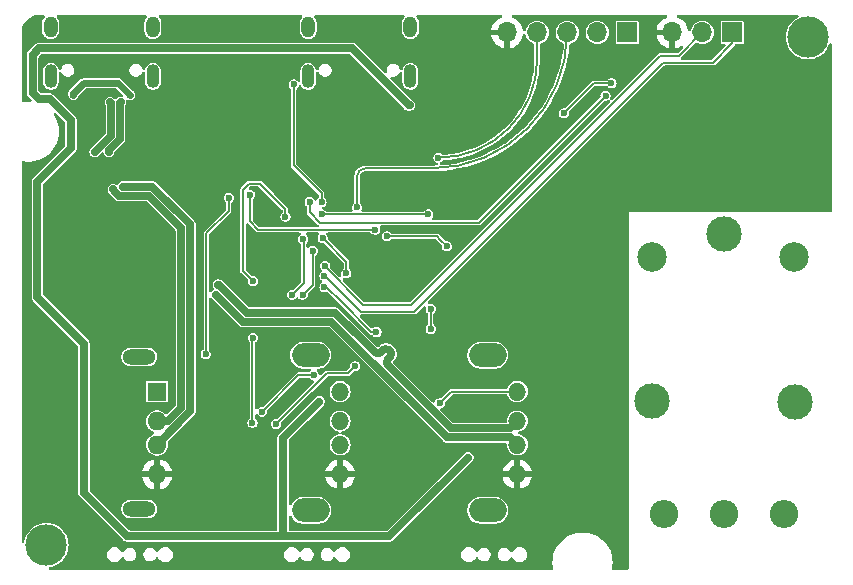
<source format=gbl>
G04 #@! TF.GenerationSoftware,KiCad,Pcbnew,8.0.2*
G04 #@! TF.CreationDate,2024-05-22T22:05:32+08:00*
G04 #@! TF.ProjectId,pppc_usb_hub,70707063-5f75-4736-925f-6875622e6b69,rev?*
G04 #@! TF.SameCoordinates,Original*
G04 #@! TF.FileFunction,Copper,L2,Bot*
G04 #@! TF.FilePolarity,Positive*
%FSLAX46Y46*%
G04 Gerber Fmt 4.6, Leading zero omitted, Abs format (unit mm)*
G04 Created by KiCad (PCBNEW 8.0.2) date 2024-05-22 22:05:32*
%MOMM*%
%LPD*%
G01*
G04 APERTURE LIST*
G04 #@! TA.AperFunction,ComponentPad*
%ADD10R,1.700000X1.700000*%
G04 #@! TD*
G04 #@! TA.AperFunction,ComponentPad*
%ADD11O,1.700000X1.700000*%
G04 #@! TD*
G04 #@! TA.AperFunction,ComponentPad*
%ADD12C,3.000000*%
G04 #@! TD*
G04 #@! TA.AperFunction,ComponentPad*
%ADD13C,2.500000*%
G04 #@! TD*
G04 #@! TA.AperFunction,ComponentPad*
%ADD14O,1.524000X1.524000*%
G04 #@! TD*
G04 #@! TA.AperFunction,ComponentPad*
%ADD15O,3.200000X2.000000*%
G04 #@! TD*
G04 #@! TA.AperFunction,ComponentPad*
%ADD16R,1.600000X1.600000*%
G04 #@! TD*
G04 #@! TA.AperFunction,ComponentPad*
%ADD17O,1.600000X1.600000*%
G04 #@! TD*
G04 #@! TA.AperFunction,ComponentPad*
%ADD18O,2.800000X1.300000*%
G04 #@! TD*
G04 #@! TA.AperFunction,ComponentPad*
%ADD19O,1.100000X2.000000*%
G04 #@! TD*
G04 #@! TA.AperFunction,ComponentPad*
%ADD20O,1.200000X1.800000*%
G04 #@! TD*
G04 #@! TA.AperFunction,ComponentPad*
%ADD21O,2.400000X2.400000*%
G04 #@! TD*
G04 #@! TA.AperFunction,ComponentPad*
%ADD22C,3.500000*%
G04 #@! TD*
G04 #@! TA.AperFunction,ViaPad*
%ADD23C,0.600000*%
G04 #@! TD*
G04 #@! TA.AperFunction,Conductor*
%ADD24C,0.700000*%
G04 #@! TD*
G04 #@! TA.AperFunction,Conductor*
%ADD25C,0.200000*%
G04 #@! TD*
G04 #@! TA.AperFunction,Conductor*
%ADD26C,0.600000*%
G04 #@! TD*
G04 #@! TA.AperFunction,Conductor*
%ADD27C,0.643000*%
G04 #@! TD*
G04 APERTURE END LIST*
D10*
X131180000Y-59700000D03*
D11*
X128640000Y-59700000D03*
X126100000Y-59700000D03*
X123560000Y-59700000D03*
X121020000Y-59700000D03*
D12*
X139370000Y-76748012D03*
D13*
X133320000Y-78698012D03*
D12*
X133320000Y-90898012D03*
X145370000Y-90948012D03*
D13*
X145320000Y-78698012D03*
D10*
X140080000Y-59700000D03*
D11*
X137540000Y-59700000D03*
X135000000Y-59700000D03*
D14*
X121874000Y-90100000D03*
X121874000Y-92599300D03*
X121874000Y-94600900D03*
X121874000Y-97100200D03*
D15*
X119373800Y-87030100D03*
X119373800Y-100170100D03*
D14*
X106874000Y-90100000D03*
X106874000Y-92599300D03*
X106874000Y-94600900D03*
X106874000Y-97100200D03*
D15*
X104373800Y-87030100D03*
X104373800Y-100170100D03*
D16*
X91374000Y-90100100D03*
D17*
X91374000Y-92600200D03*
X91374000Y-94600200D03*
X91374000Y-97100100D03*
D18*
X89873800Y-87150200D03*
X89873800Y-100050000D03*
D19*
X91025000Y-63413600D03*
D20*
X91025000Y-59213500D03*
D19*
X82375000Y-63413600D03*
D20*
X82375000Y-59213500D03*
D21*
X134290000Y-100450000D03*
X139370000Y-100450000D03*
X144450000Y-100450000D03*
D19*
X112825000Y-63413600D03*
D20*
X112825000Y-59213500D03*
D19*
X104175000Y-63413600D03*
D20*
X104175000Y-59213500D03*
D22*
X82000000Y-103100000D03*
X146500000Y-60100000D03*
D23*
X92800000Y-58900000D03*
X101900000Y-58800000D03*
X107300000Y-62300000D03*
X104000000Y-66700000D03*
X107900000Y-69600000D03*
X110900000Y-73000000D03*
X112700000Y-77600000D03*
X115400000Y-78900000D03*
X103800000Y-96400000D03*
X119500000Y-91900000D03*
X119300000Y-96200000D03*
X92400000Y-83100000D03*
X90400000Y-85100000D03*
X95100000Y-76100000D03*
X111300000Y-67900000D03*
X106900000Y-67200000D03*
X104100000Y-69800000D03*
X102200000Y-69600000D03*
X101600000Y-66500000D03*
X80700000Y-59600000D03*
X84600000Y-66100000D03*
X108800000Y-65600000D03*
X110800000Y-74500000D03*
X108500000Y-78300000D03*
X108292553Y-79993485D03*
X85000000Y-83900000D03*
X90400000Y-65000000D03*
X91300000Y-65100000D03*
X87100000Y-62600000D03*
X84900000Y-62000000D03*
X89000000Y-59300000D03*
X85200000Y-59300000D03*
X112200000Y-61400000D03*
X106900000Y-59400000D03*
X109600000Y-60200000D03*
X119700000Y-64600000D03*
X121600000Y-65000000D03*
X124200000Y-64000000D03*
X121500000Y-62300000D03*
X141100000Y-65000000D03*
X146300000Y-66900000D03*
X146700000Y-71300000D03*
X144700000Y-67700000D03*
X135800000Y-69000000D03*
X136200000Y-66900000D03*
X129700000Y-68600000D03*
X125800000Y-74500000D03*
X128400000Y-72600000D03*
X130000000Y-75500000D03*
X123100000Y-78900000D03*
X117300000Y-80900000D03*
X119200000Y-79300000D03*
X122000000Y-80300000D03*
X124400000Y-83000000D03*
X130100000Y-85900000D03*
X125500000Y-86000000D03*
X125700000Y-88200000D03*
X130000000Y-88000000D03*
X129700000Y-92400000D03*
X125100000Y-95800000D03*
X125200000Y-93700000D03*
X130100000Y-95000000D03*
X129900000Y-99600000D03*
X125600000Y-99100000D03*
X113400000Y-103100000D03*
X114200000Y-93800000D03*
X110200000Y-94000000D03*
X110100000Y-100200000D03*
X110600000Y-104100000D03*
X98100000Y-104100000D03*
X95100000Y-104100000D03*
X97000000Y-100800000D03*
X99100000Y-99700000D03*
X99400000Y-94500000D03*
X95100000Y-92700000D03*
X93000000Y-95300000D03*
X94900000Y-99800000D03*
X88500000Y-95700000D03*
X89400000Y-88600000D03*
X86700000Y-89300000D03*
X88900000Y-93100000D03*
X86900000Y-96900000D03*
X80600000Y-90400000D03*
X80600000Y-95400000D03*
X80400000Y-74900000D03*
X82500000Y-75200000D03*
X83200000Y-72900000D03*
X82500000Y-73900000D03*
X87100000Y-77400000D03*
X82200000Y-79100000D03*
X83700000Y-80600000D03*
X88100000Y-80500000D03*
X97600000Y-70500000D03*
X99500000Y-70900000D03*
X103200000Y-72000000D03*
X106600000Y-71700000D03*
X112500000Y-76400000D03*
X116400000Y-76600000D03*
X122400000Y-75900000D03*
X126800000Y-63400000D03*
X124600000Y-62600000D03*
X123500000Y-68900000D03*
X116100000Y-74900000D03*
X139200000Y-70200000D03*
X143400000Y-74000000D03*
X136100000Y-74200000D03*
X96300000Y-61050000D03*
X87200000Y-102900000D03*
X100758350Y-101350703D03*
X84900000Y-69900000D03*
X102500000Y-78200000D03*
X134100000Y-66300000D03*
X132200000Y-62200000D03*
X117900000Y-59200000D03*
X115200000Y-60000000D03*
X115100000Y-65800000D03*
X114500000Y-69200000D03*
X114400000Y-73000000D03*
X116400000Y-71900000D03*
X89600000Y-67800000D03*
X95700000Y-69600000D03*
X95600000Y-71700000D03*
X96900000Y-78700000D03*
X89900000Y-76700000D03*
X80800000Y-85700000D03*
X80400000Y-71300000D03*
X143500000Y-59000000D03*
X143600000Y-60400000D03*
X144100000Y-62000000D03*
X145900000Y-62800000D03*
X147800000Y-62700000D03*
X80800000Y-100500000D03*
X82100000Y-100300000D03*
X83600000Y-100900000D03*
X84500000Y-103500000D03*
X84500000Y-104700000D03*
X130700000Y-104400000D03*
X129700000Y-102000000D03*
X125100000Y-102000000D03*
X124100000Y-104100000D03*
X127500000Y-101400000D03*
X117300000Y-102900000D03*
X85200000Y-86050000D03*
X112750000Y-65850000D03*
X81575000Y-72025000D03*
X125800000Y-66550000D03*
X117700000Y-95700000D03*
X105100000Y-90950000D03*
X129850000Y-64000000D03*
X99500000Y-80750000D03*
X99500000Y-85550000D03*
X102250000Y-75300000D03*
X99450000Y-92750000D03*
X101450000Y-92850000D03*
X105400000Y-77100000D03*
X109950000Y-85050000D03*
X107400000Y-80100000D03*
X105550000Y-81250000D03*
X108150000Y-87950000D03*
X114550000Y-84800000D03*
X114350000Y-75100000D03*
X114550000Y-83100000D03*
X105350000Y-75100000D03*
X104650000Y-88700000D03*
X100250000Y-91800000D03*
X115303126Y-91096874D03*
X99250000Y-73438649D03*
X109850000Y-76400000D03*
X115900000Y-77800000D03*
X110850000Y-76950000D03*
X84300000Y-65000000D03*
X89100000Y-65000000D03*
X86100000Y-69800000D03*
X87400000Y-65600000D03*
X88300000Y-65600000D03*
X87300000Y-69800000D03*
X88484983Y-72740509D03*
X87642966Y-72957034D03*
X96355527Y-81900000D03*
X96557034Y-81042966D03*
X108300000Y-74500000D03*
X115200000Y-70300000D03*
X105600000Y-79450000D03*
X105550735Y-80299265D03*
X129350000Y-65050000D03*
X104300000Y-74050000D03*
X95500000Y-86950000D03*
X97450000Y-73700000D03*
X103750000Y-77200000D03*
X102800000Y-81900100D03*
X104550000Y-78200000D03*
X103700000Y-81900000D03*
X105300000Y-74050000D03*
X102950000Y-64100000D03*
D24*
X96300000Y-61050000D02*
X107900000Y-61050000D01*
X81400000Y-61050000D02*
X96300000Y-61050000D01*
X102050000Y-102350000D02*
X111050000Y-102350000D01*
X111050000Y-102350000D02*
X117700000Y-95700000D01*
X102050000Y-94000000D02*
X105100000Y-90950000D01*
X85200000Y-86050000D02*
X81250000Y-82100000D01*
X80850781Y-64800000D02*
X80850781Y-61599219D01*
X92950000Y-102350000D02*
X102050000Y-102350000D01*
X82286196Y-65336196D02*
X81386977Y-65336196D01*
D25*
X129850000Y-64000000D02*
X128350000Y-64000000D01*
D24*
X81386977Y-65336196D02*
X80850781Y-64800000D01*
X81575000Y-72025000D02*
X84100000Y-69500000D01*
X102050000Y-102350000D02*
X102050000Y-94000000D01*
X84100000Y-67150000D02*
X82286196Y-65336196D01*
X81250000Y-72350000D02*
X81575000Y-72025000D01*
X81250000Y-82100000D02*
X81250000Y-72350000D01*
X85200000Y-98682397D02*
X88867603Y-102350000D01*
X88867603Y-102350000D02*
X92950000Y-102350000D01*
D25*
X128350000Y-64000000D02*
X125800000Y-66550000D01*
D24*
X107900000Y-61050000D02*
X112700000Y-65850000D01*
X84100000Y-69500000D02*
X84100000Y-67150000D01*
X80850781Y-61599219D02*
X81400000Y-61050000D01*
X85200000Y-86050000D02*
X85200000Y-98682397D01*
X112700000Y-65850000D02*
X112750000Y-65850000D01*
D25*
X102250000Y-75300000D02*
X102250000Y-74650000D01*
X99450000Y-92750000D02*
X99450000Y-85600000D01*
X98650000Y-79900000D02*
X99500000Y-80750000D01*
X99150000Y-72500000D02*
X98650000Y-73000000D01*
X100100000Y-72500000D02*
X99150000Y-72500000D01*
X102250000Y-74650000D02*
X100100000Y-72500000D01*
X99450000Y-85600000D02*
X99500000Y-85550000D01*
X98650000Y-73000000D02*
X98650000Y-79900000D01*
X105700000Y-81250000D02*
X105550000Y-81250000D01*
X109950000Y-85050000D02*
X109500000Y-85050000D01*
X105750000Y-88550000D02*
X107550000Y-88550000D01*
X107000000Y-82550000D02*
X105700000Y-81250000D01*
X109500000Y-85050000D02*
X107000000Y-82550000D01*
X107400000Y-80100000D02*
X107400000Y-79100000D01*
X107400000Y-79100000D02*
X105400000Y-77100000D01*
X101450000Y-92850000D02*
X105750000Y-88550000D01*
X107550000Y-88550000D02*
X108150000Y-87950000D01*
X114550000Y-84800000D02*
X114550000Y-83100000D01*
X114350000Y-75100000D02*
X105350000Y-75100000D01*
X100250000Y-91800000D02*
X103350000Y-88700000D01*
X103350000Y-88700000D02*
X104650000Y-88700000D01*
X116300000Y-90100000D02*
X121874000Y-90100000D01*
X115303126Y-91096874D02*
X116300000Y-90100000D01*
X115350000Y-77250000D02*
X115050000Y-76950000D01*
X115050000Y-76950000D02*
X110850000Y-76950000D01*
X115900000Y-77800000D02*
X115350000Y-77250000D01*
D26*
X84300000Y-64850000D02*
X85150000Y-64000000D01*
X84300000Y-65000000D02*
X84300000Y-64850000D01*
X88100000Y-64000000D02*
X89100000Y-65000000D01*
X85150000Y-64000000D02*
X88100000Y-64000000D01*
D27*
X87400000Y-65600000D02*
X87464999Y-65664999D01*
X87464999Y-68435001D02*
X86100000Y-69800000D01*
X87464999Y-65664999D02*
X87464999Y-68435001D01*
X88300000Y-65600000D02*
X88235001Y-65664999D01*
X88235001Y-68753944D02*
X87300000Y-69688945D01*
X87300000Y-69688945D02*
X87300000Y-69800000D01*
X88235001Y-65664999D02*
X88235001Y-68753944D01*
X94185000Y-91789200D02*
X91374000Y-94600200D01*
X94185000Y-75940526D02*
X94185000Y-91789200D01*
X90984983Y-72740509D02*
X94185000Y-75940526D01*
X88484983Y-72740509D02*
X90984983Y-72740509D01*
X87827763Y-73172236D02*
X87642966Y-72987439D01*
X90666035Y-73510509D02*
X88166035Y-73510509D01*
X93415000Y-76259474D02*
X90666035Y-73510509D01*
X87642966Y-72987439D02*
X87642966Y-72957034D01*
X93415000Y-91470255D02*
X93415000Y-76259474D01*
X92285055Y-92600200D02*
X93415000Y-91470255D01*
X91374000Y-92600200D02*
X92285055Y-92600200D01*
X88166035Y-73510509D02*
X87827763Y-73172237D01*
X87827763Y-73172237D02*
X87827763Y-73172236D01*
X121258201Y-93985101D02*
X121874000Y-94600900D01*
X98640527Y-84185000D02*
X106140526Y-84185000D01*
X106140526Y-84185000D02*
X115940627Y-93985101D01*
X115940627Y-93985101D02*
X121258201Y-93985101D01*
X96355527Y-81900000D02*
X98640527Y-84185000D01*
X109827986Y-86783512D02*
X109708769Y-86664295D01*
X121258201Y-93215099D02*
X116259573Y-93215099D01*
X106459474Y-83415000D02*
X98959473Y-83415000D01*
X96587439Y-81042966D02*
X96557034Y-81042966D01*
X116259573Y-93215099D02*
X110900952Y-87856478D01*
X111131185Y-86672498D02*
X111011966Y-86553279D01*
X98959473Y-83415000D02*
X96587439Y-81042966D01*
X121874000Y-92599300D02*
X121258201Y-93215099D01*
X109708769Y-86664295D02*
X109155333Y-86110859D01*
X109155333Y-86110859D02*
X106459474Y-83415000D01*
X110535093Y-86553279D02*
X110304859Y-86783512D01*
X110900952Y-87379605D02*
X111131185Y-87149371D01*
X111011966Y-86553279D02*
G75*
G03*
X110535094Y-86553279I-238436J-238435D01*
G01*
X111131185Y-87149371D02*
G75*
G03*
X111131220Y-86672464I-238485J238471D01*
G01*
X110304859Y-86783512D02*
G75*
G02*
X109827987Y-86783512I-238436J238435D01*
G01*
X110900952Y-87856478D02*
G75*
G02*
X110900910Y-87379564I238448J238478D01*
G01*
D25*
X109000000Y-71200000D02*
X114600000Y-71200000D01*
X108300000Y-74500000D02*
X108300000Y-71900000D01*
X108300000Y-71900000D02*
G75*
G02*
X109000000Y-71200000I700000J0D01*
G01*
X114600000Y-71200000D02*
G75*
G03*
X126100000Y-59700000I0J11500000D01*
G01*
X123560000Y-61940000D02*
X123560000Y-59700000D01*
X115200000Y-70300000D02*
G75*
G03*
X123560000Y-61940000I0J8360000D01*
G01*
X105600000Y-79450000D02*
X105600000Y-79500000D01*
X112900000Y-82750000D02*
X133950000Y-61700000D01*
X105600000Y-79500000D02*
X108850000Y-82750000D01*
X135540000Y-61700000D02*
X137540000Y-59700000D01*
X108850000Y-82750000D02*
X112900000Y-82750000D01*
X133950000Y-61700000D02*
X135540000Y-61700000D01*
X140080000Y-60620000D02*
X140080000Y-59700000D01*
X105599265Y-80299265D02*
X108650000Y-83350000D01*
X113150000Y-83350000D02*
X134250000Y-62250000D01*
X134250000Y-62250000D02*
X138450000Y-62250000D01*
X138450000Y-62250000D02*
X140080000Y-60620000D01*
X108650000Y-83350000D02*
X113150000Y-83350000D01*
X105550735Y-80299265D02*
X105599265Y-80299265D01*
X118600000Y-75800000D02*
X105201471Y-75800000D01*
X105201471Y-75800000D02*
X104300000Y-74898529D01*
X104300000Y-74898529D02*
X104300000Y-74050000D01*
X129350000Y-65050000D02*
X118600000Y-75800000D01*
X97450000Y-74800000D02*
X97450000Y-73700000D01*
X95550000Y-86900000D02*
X95550000Y-76700000D01*
X95550000Y-76700000D02*
X97450000Y-74800000D01*
X95500000Y-86950000D02*
X95550000Y-86900000D01*
X103800000Y-80900100D02*
X102800000Y-81900100D01*
X103750000Y-77200000D02*
X103800000Y-77250000D01*
X103800000Y-77250000D02*
X103800000Y-80900100D01*
X104550000Y-78200000D02*
X104550000Y-81050000D01*
X104550000Y-81050000D02*
X103700000Y-81900000D01*
X105300000Y-74050000D02*
X105300000Y-73300000D01*
X105300000Y-73300000D02*
X102950000Y-70950000D01*
X102950000Y-70950000D02*
X102950000Y-64100000D01*
X99250000Y-73438649D02*
X99250000Y-75700000D01*
X99250000Y-75700000D02*
X99950000Y-76400000D01*
X99950000Y-76400000D02*
X109850000Y-76400000D01*
G04 #@! TA.AperFunction,Conductor*
G36*
X81826836Y-58220185D02*
G01*
X81872591Y-58272989D01*
X81882535Y-58342147D01*
X81853510Y-58405703D01*
X81847478Y-58412181D01*
X81809916Y-58449742D01*
X81809913Y-58449746D01*
X81730301Y-58568893D01*
X81730296Y-58568903D01*
X81675457Y-58701295D01*
X81675455Y-58701303D01*
X81647500Y-58841843D01*
X81647500Y-59585156D01*
X81675455Y-59725696D01*
X81675457Y-59725704D01*
X81730296Y-59858096D01*
X81730301Y-59858106D01*
X81809913Y-59977253D01*
X81809916Y-59977257D01*
X81911242Y-60078583D01*
X81911246Y-60078586D01*
X82030393Y-60158198D01*
X82030397Y-60158200D01*
X82030400Y-60158202D01*
X82162796Y-60213043D01*
X82303343Y-60240999D01*
X82303347Y-60241000D01*
X82303348Y-60241000D01*
X82446653Y-60241000D01*
X82446654Y-60240999D01*
X82587204Y-60213043D01*
X82719600Y-60158202D01*
X82838754Y-60078586D01*
X82940086Y-59977254D01*
X83019702Y-59858100D01*
X83074543Y-59725704D01*
X83102500Y-59585152D01*
X83102500Y-58841848D01*
X83074543Y-58701296D01*
X83019702Y-58568900D01*
X83019700Y-58568897D01*
X83019698Y-58568893D01*
X82940086Y-58449746D01*
X82940083Y-58449742D01*
X82902522Y-58412181D01*
X82869037Y-58350858D01*
X82874021Y-58281166D01*
X82915893Y-58225233D01*
X82981357Y-58200816D01*
X82990203Y-58200500D01*
X90409797Y-58200500D01*
X90476836Y-58220185D01*
X90522591Y-58272989D01*
X90532535Y-58342147D01*
X90503510Y-58405703D01*
X90497478Y-58412181D01*
X90459916Y-58449742D01*
X90459913Y-58449746D01*
X90380301Y-58568893D01*
X90380296Y-58568903D01*
X90325457Y-58701295D01*
X90325455Y-58701303D01*
X90297500Y-58841843D01*
X90297500Y-59585156D01*
X90325455Y-59725696D01*
X90325457Y-59725704D01*
X90380296Y-59858096D01*
X90380301Y-59858106D01*
X90459913Y-59977253D01*
X90459916Y-59977257D01*
X90561242Y-60078583D01*
X90561246Y-60078586D01*
X90680393Y-60158198D01*
X90680397Y-60158200D01*
X90680400Y-60158202D01*
X90812796Y-60213043D01*
X90953343Y-60240999D01*
X90953347Y-60241000D01*
X90953348Y-60241000D01*
X91096653Y-60241000D01*
X91096654Y-60240999D01*
X91237204Y-60213043D01*
X91369600Y-60158202D01*
X91488754Y-60078586D01*
X91590086Y-59977254D01*
X91669702Y-59858100D01*
X91724543Y-59725704D01*
X91752500Y-59585152D01*
X91752500Y-58841848D01*
X91724543Y-58701296D01*
X91669702Y-58568900D01*
X91669700Y-58568897D01*
X91669698Y-58568893D01*
X91590086Y-58449746D01*
X91590083Y-58449742D01*
X91552522Y-58412181D01*
X91519037Y-58350858D01*
X91524021Y-58281166D01*
X91565893Y-58225233D01*
X91631357Y-58200816D01*
X91640203Y-58200500D01*
X103559797Y-58200500D01*
X103626836Y-58220185D01*
X103672591Y-58272989D01*
X103682535Y-58342147D01*
X103653510Y-58405703D01*
X103647478Y-58412181D01*
X103609916Y-58449742D01*
X103609913Y-58449746D01*
X103530301Y-58568893D01*
X103530296Y-58568903D01*
X103475457Y-58701295D01*
X103475455Y-58701303D01*
X103447500Y-58841843D01*
X103447500Y-59585156D01*
X103475455Y-59725696D01*
X103475457Y-59725704D01*
X103530296Y-59858096D01*
X103530301Y-59858106D01*
X103609913Y-59977253D01*
X103609916Y-59977257D01*
X103711242Y-60078583D01*
X103711246Y-60078586D01*
X103830393Y-60158198D01*
X103830397Y-60158200D01*
X103830400Y-60158202D01*
X103962796Y-60213043D01*
X104103343Y-60240999D01*
X104103347Y-60241000D01*
X104103348Y-60241000D01*
X104246653Y-60241000D01*
X104246654Y-60240999D01*
X104387204Y-60213043D01*
X104519600Y-60158202D01*
X104638754Y-60078586D01*
X104740086Y-59977254D01*
X104819702Y-59858100D01*
X104874543Y-59725704D01*
X104902500Y-59585152D01*
X104902500Y-58841848D01*
X104874543Y-58701296D01*
X104819702Y-58568900D01*
X104819700Y-58568897D01*
X104819698Y-58568893D01*
X104740086Y-58449746D01*
X104740083Y-58449742D01*
X104702522Y-58412181D01*
X104669037Y-58350858D01*
X104674021Y-58281166D01*
X104715893Y-58225233D01*
X104781357Y-58200816D01*
X104790203Y-58200500D01*
X112209797Y-58200500D01*
X112276836Y-58220185D01*
X112322591Y-58272989D01*
X112332535Y-58342147D01*
X112303510Y-58405703D01*
X112297478Y-58412181D01*
X112259916Y-58449742D01*
X112259913Y-58449746D01*
X112180301Y-58568893D01*
X112180296Y-58568903D01*
X112125457Y-58701295D01*
X112125455Y-58701303D01*
X112097500Y-58841843D01*
X112097500Y-59585156D01*
X112125455Y-59725696D01*
X112125457Y-59725704D01*
X112180296Y-59858096D01*
X112180301Y-59858106D01*
X112259913Y-59977253D01*
X112259916Y-59977257D01*
X112361242Y-60078583D01*
X112361246Y-60078586D01*
X112480393Y-60158198D01*
X112480397Y-60158200D01*
X112480400Y-60158202D01*
X112612796Y-60213043D01*
X112753343Y-60240999D01*
X112753347Y-60241000D01*
X112753348Y-60241000D01*
X112896653Y-60241000D01*
X112896654Y-60240999D01*
X113037204Y-60213043D01*
X113169600Y-60158202D01*
X113288754Y-60078586D01*
X113390086Y-59977254D01*
X113469702Y-59858100D01*
X113524543Y-59725704D01*
X113552500Y-59585152D01*
X113552500Y-58841848D01*
X113524543Y-58701296D01*
X113469702Y-58568900D01*
X113469700Y-58568897D01*
X113469698Y-58568893D01*
X113390086Y-58449746D01*
X113390083Y-58449742D01*
X113352522Y-58412181D01*
X113319037Y-58350858D01*
X113324021Y-58281166D01*
X113365893Y-58225233D01*
X113431357Y-58200816D01*
X113440203Y-58200500D01*
X120481988Y-58200500D01*
X120549027Y-58220185D01*
X120594782Y-58272989D01*
X120604726Y-58342147D01*
X120575701Y-58405703D01*
X120534393Y-58436882D01*
X120342422Y-58526399D01*
X120342420Y-58526400D01*
X120148926Y-58661886D01*
X120148920Y-58661891D01*
X119981891Y-58828920D01*
X119981886Y-58828926D01*
X119846400Y-59022420D01*
X119846399Y-59022422D01*
X119746570Y-59236507D01*
X119746567Y-59236513D01*
X119689364Y-59449999D01*
X119689364Y-59450000D01*
X120586988Y-59450000D01*
X120554075Y-59507007D01*
X120520000Y-59634174D01*
X120520000Y-59765826D01*
X120554075Y-59892993D01*
X120586988Y-59950000D01*
X119689364Y-59950000D01*
X119746567Y-60163486D01*
X119746570Y-60163492D01*
X119846399Y-60377578D01*
X119981894Y-60571082D01*
X120148917Y-60738105D01*
X120342421Y-60873600D01*
X120556507Y-60973429D01*
X120556516Y-60973433D01*
X120770000Y-61030634D01*
X120770000Y-60133012D01*
X120827007Y-60165925D01*
X120954174Y-60200000D01*
X121085826Y-60200000D01*
X121212993Y-60165925D01*
X121270000Y-60133012D01*
X121270000Y-61030633D01*
X121483483Y-60973433D01*
X121483492Y-60973429D01*
X121697578Y-60873600D01*
X121891082Y-60738105D01*
X122058105Y-60571082D01*
X122193600Y-60377578D01*
X122293429Y-60163492D01*
X122293433Y-60163483D01*
X122354567Y-59935326D01*
X122354569Y-59935315D01*
X122355800Y-59921249D01*
X122381252Y-59856180D01*
X122437842Y-59815201D01*
X122507604Y-59811322D01*
X122568389Y-59845775D01*
X122597988Y-59896059D01*
X122652538Y-60075884D01*
X122743302Y-60245692D01*
X122743306Y-60245699D01*
X122865458Y-60394541D01*
X123014300Y-60516693D01*
X123014307Y-60516697D01*
X123184112Y-60607460D01*
X123184114Y-60607460D01*
X123184117Y-60607462D01*
X123244496Y-60625778D01*
X123302934Y-60664075D01*
X123331390Y-60727887D01*
X123332500Y-60744438D01*
X123332500Y-61937873D01*
X123332428Y-61942107D01*
X123313685Y-62490750D01*
X123313107Y-62499197D01*
X123257186Y-63043162D01*
X123256033Y-63051550D01*
X123163119Y-63590436D01*
X123161396Y-63598726D01*
X123031929Y-64130001D01*
X123029645Y-64138154D01*
X122864219Y-64659365D01*
X122861384Y-64667343D01*
X122660771Y-65176065D01*
X122657397Y-65183831D01*
X122422549Y-65677647D01*
X122418654Y-65685165D01*
X122150642Y-66161822D01*
X122146243Y-66169056D01*
X121846328Y-66626315D01*
X121841445Y-66633232D01*
X121511028Y-67068952D01*
X121505684Y-67075520D01*
X121146308Y-67487668D01*
X121140529Y-67493856D01*
X120753856Y-67880529D01*
X120747668Y-67886308D01*
X120335520Y-68245684D01*
X120328952Y-68251028D01*
X119893232Y-68581445D01*
X119886315Y-68586328D01*
X119429056Y-68886243D01*
X119421822Y-68890642D01*
X118945165Y-69158654D01*
X118937647Y-69162549D01*
X118443831Y-69397397D01*
X118436065Y-69400771D01*
X117927343Y-69601384D01*
X117919365Y-69604219D01*
X117398154Y-69769645D01*
X117390001Y-69771929D01*
X116858726Y-69901396D01*
X116850436Y-69903119D01*
X116311550Y-69996033D01*
X116303162Y-69997186D01*
X115759197Y-70053107D01*
X115750749Y-70053685D01*
X115617110Y-70058250D01*
X115549438Y-70040865D01*
X115519165Y-70015526D01*
X115482832Y-69973595D01*
X115379416Y-69907134D01*
X115261465Y-69872500D01*
X115138535Y-69872500D01*
X115020584Y-69907134D01*
X115020582Y-69907134D01*
X115020582Y-69907135D01*
X114917169Y-69973594D01*
X114836667Y-70066497D01*
X114836665Y-70066500D01*
X114785599Y-70178317D01*
X114785598Y-70178321D01*
X114768104Y-70300000D01*
X114785598Y-70421678D01*
X114785599Y-70421682D01*
X114829604Y-70518038D01*
X114836666Y-70533501D01*
X114917168Y-70626405D01*
X115020584Y-70692866D01*
X115099235Y-70715960D01*
X115158013Y-70753735D01*
X115187038Y-70817291D01*
X115177094Y-70886449D01*
X115131339Y-70939253D01*
X115067907Y-70958885D01*
X114623316Y-70971821D01*
X114601786Y-70972448D01*
X114598181Y-70972500D01*
X108918853Y-70972500D01*
X108759025Y-71000682D01*
X108606529Y-71056186D01*
X108606519Y-71056190D01*
X108465977Y-71137333D01*
X108465974Y-71137335D01*
X108341652Y-71241652D01*
X108237335Y-71365974D01*
X108237333Y-71365977D01*
X108156190Y-71506519D01*
X108156186Y-71506529D01*
X108100682Y-71659025D01*
X108072500Y-71818853D01*
X108072500Y-74070326D01*
X108052815Y-74137365D01*
X108023184Y-74166999D01*
X108023869Y-74167790D01*
X108017166Y-74173597D01*
X107936667Y-74266497D01*
X107936665Y-74266500D01*
X107885599Y-74378317D01*
X107885598Y-74378321D01*
X107868104Y-74500000D01*
X107885598Y-74621678D01*
X107885600Y-74621685D01*
X107919991Y-74696989D01*
X107929935Y-74766147D01*
X107900910Y-74829703D01*
X107842132Y-74867477D01*
X107807197Y-74872500D01*
X105775162Y-74872500D01*
X105708123Y-74852815D01*
X105681452Y-74829706D01*
X105632832Y-74773595D01*
X105529416Y-74707134D01*
X105459605Y-74686635D01*
X105400828Y-74648861D01*
X105371804Y-74585305D01*
X105381748Y-74516147D01*
X105427503Y-74463343D01*
X105459603Y-74448683D01*
X105479416Y-74442866D01*
X105582832Y-74376405D01*
X105663334Y-74283501D01*
X105699676Y-74203922D01*
X105714400Y-74171682D01*
X105714401Y-74171678D01*
X105719238Y-74138035D01*
X105731896Y-74050000D01*
X105714401Y-73928321D01*
X105714400Y-73928317D01*
X105665701Y-73821682D01*
X105663334Y-73816499D01*
X105582832Y-73723595D01*
X105582826Y-73723591D01*
X105576131Y-73717790D01*
X105577325Y-73716411D01*
X105538699Y-73671824D01*
X105527500Y-73620326D01*
X105527500Y-73254748D01*
X105527500Y-73254747D01*
X105509441Y-73211149D01*
X105492866Y-73171132D01*
X103213819Y-70892085D01*
X103180334Y-70830762D01*
X103177500Y-70804404D01*
X103177500Y-64529673D01*
X103197185Y-64462634D01*
X103226817Y-64433003D01*
X103226131Y-64432211D01*
X103232826Y-64426408D01*
X103232832Y-64426405D01*
X103313334Y-64333501D01*
X103359003Y-64233499D01*
X103367457Y-64214988D01*
X103413211Y-64162184D01*
X103480251Y-64142499D01*
X103547290Y-64162183D01*
X103583353Y-64197608D01*
X103648750Y-64295480D01*
X103648753Y-64295484D01*
X103743115Y-64389846D01*
X103743119Y-64389849D01*
X103854079Y-64463991D01*
X103854081Y-64463991D01*
X103854083Y-64463993D01*
X103977381Y-64515064D01*
X103977384Y-64515064D01*
X103977389Y-64515066D01*
X104108267Y-64541099D01*
X104108270Y-64541100D01*
X104108272Y-64541100D01*
X104241730Y-64541100D01*
X104241731Y-64541099D01*
X104306312Y-64528253D01*
X104372610Y-64515066D01*
X104372612Y-64515065D01*
X104372619Y-64515064D01*
X104495917Y-64463993D01*
X104606881Y-64389849D01*
X104701249Y-64295481D01*
X104775393Y-64184517D01*
X104826464Y-64061219D01*
X104852500Y-63930328D01*
X104852500Y-63135584D01*
X104872185Y-63068545D01*
X104924989Y-63022790D01*
X104994147Y-63012846D01*
X105057703Y-63041871D01*
X105095477Y-63100649D01*
X105096275Y-63103492D01*
X105096916Y-63105886D01*
X105096917Y-63105888D01*
X105169388Y-63231411D01*
X105169390Y-63231413D01*
X105169391Y-63231415D01*
X105271885Y-63333909D01*
X105271886Y-63333910D01*
X105271888Y-63333911D01*
X105397411Y-63406382D01*
X105397412Y-63406382D01*
X105397415Y-63406384D01*
X105537425Y-63443900D01*
X105537428Y-63443900D01*
X105682372Y-63443900D01*
X105682375Y-63443900D01*
X105822385Y-63406384D01*
X105947915Y-63333909D01*
X106050409Y-63231415D01*
X106122884Y-63105885D01*
X106160400Y-62965875D01*
X106160400Y-62820925D01*
X106122884Y-62680915D01*
X106100808Y-62642679D01*
X106050411Y-62555388D01*
X106050406Y-62555382D01*
X105947917Y-62452893D01*
X105947911Y-62452888D01*
X105822388Y-62380417D01*
X105822389Y-62380417D01*
X105810906Y-62377340D01*
X105682375Y-62342900D01*
X105537425Y-62342900D01*
X105408893Y-62377340D01*
X105397411Y-62380417D01*
X105271888Y-62452888D01*
X105271882Y-62452893D01*
X105169393Y-62555382D01*
X105169388Y-62555388D01*
X105096917Y-62680911D01*
X105096916Y-62680915D01*
X105071742Y-62774867D01*
X105069624Y-62782770D01*
X105033258Y-62842430D01*
X104970411Y-62872959D01*
X104901036Y-62864664D01*
X104847158Y-62820178D01*
X104828232Y-62774867D01*
X104826466Y-62765988D01*
X104826463Y-62765979D01*
X104791229Y-62680915D01*
X104775393Y-62642683D01*
X104775391Y-62642681D01*
X104775391Y-62642679D01*
X104701249Y-62531719D01*
X104701246Y-62531715D01*
X104606884Y-62437353D01*
X104606880Y-62437350D01*
X104495920Y-62363208D01*
X104495917Y-62363207D01*
X104372620Y-62312136D01*
X104372610Y-62312133D01*
X104241731Y-62286100D01*
X104241728Y-62286100D01*
X104108272Y-62286100D01*
X104108269Y-62286100D01*
X103977389Y-62312133D01*
X103977379Y-62312136D01*
X103854082Y-62363207D01*
X103854079Y-62363208D01*
X103743119Y-62437350D01*
X103743115Y-62437353D01*
X103648753Y-62531715D01*
X103648750Y-62531719D01*
X103574608Y-62642679D01*
X103574607Y-62642682D01*
X103523536Y-62765979D01*
X103523533Y-62765989D01*
X103497500Y-62896867D01*
X103497500Y-63746581D01*
X103477815Y-63813620D01*
X103425011Y-63859375D01*
X103355853Y-63869319D01*
X103292297Y-63840294D01*
X103279788Y-63827784D01*
X103232834Y-63773597D01*
X103232833Y-63773596D01*
X103232832Y-63773595D01*
X103129416Y-63707134D01*
X103011465Y-63672500D01*
X102888535Y-63672500D01*
X102770584Y-63707134D01*
X102770582Y-63707134D01*
X102770582Y-63707135D01*
X102667169Y-63773594D01*
X102586667Y-63866497D01*
X102586665Y-63866500D01*
X102535599Y-63978317D01*
X102535598Y-63978321D01*
X102518104Y-64100000D01*
X102535598Y-64221678D01*
X102535599Y-64221682D01*
X102586665Y-64333499D01*
X102586667Y-64333502D01*
X102667166Y-64426403D01*
X102673869Y-64432211D01*
X102672671Y-64433592D01*
X102711288Y-64478148D01*
X102722500Y-64529673D01*
X102722500Y-70904747D01*
X102722500Y-70995253D01*
X102747740Y-71056188D01*
X102757136Y-71078870D01*
X105036181Y-73357914D01*
X105069666Y-73419237D01*
X105072500Y-73445595D01*
X105072500Y-73620326D01*
X105052815Y-73687365D01*
X105023184Y-73716999D01*
X105023869Y-73717790D01*
X105017166Y-73723597D01*
X104936667Y-73816497D01*
X104936665Y-73816500D01*
X104912794Y-73868771D01*
X104867039Y-73921575D01*
X104799999Y-73941259D01*
X104732960Y-73921574D01*
X104687206Y-73868771D01*
X104665701Y-73821682D01*
X104663334Y-73816499D01*
X104582832Y-73723595D01*
X104479416Y-73657134D01*
X104361465Y-73622500D01*
X104238535Y-73622500D01*
X104120584Y-73657134D01*
X104120582Y-73657134D01*
X104120582Y-73657135D01*
X104017169Y-73723594D01*
X103936667Y-73816497D01*
X103936665Y-73816500D01*
X103885599Y-73928317D01*
X103885598Y-73928321D01*
X103868104Y-74050000D01*
X103885598Y-74171678D01*
X103885599Y-74171682D01*
X103936665Y-74283499D01*
X103936667Y-74283502D01*
X104017166Y-74376403D01*
X104023869Y-74382211D01*
X104022671Y-74383592D01*
X104061288Y-74428148D01*
X104072500Y-74479673D01*
X104072500Y-74853276D01*
X104072500Y-74943782D01*
X104107135Y-75027397D01*
X104107136Y-75027398D01*
X105040556Y-75960819D01*
X105074041Y-76022142D01*
X105069057Y-76091834D01*
X105027185Y-76147767D01*
X104961721Y-76172184D01*
X104952875Y-76172500D01*
X100095595Y-76172500D01*
X100028556Y-76152815D01*
X100007914Y-76136181D01*
X99513819Y-75642086D01*
X99480334Y-75580763D01*
X99477500Y-75554405D01*
X99477500Y-73868322D01*
X99497185Y-73801283D01*
X99526817Y-73771652D01*
X99526131Y-73770860D01*
X99532826Y-73765057D01*
X99532832Y-73765054D01*
X99613334Y-73672150D01*
X99664401Y-73560328D01*
X99681896Y-73438649D01*
X99664401Y-73316970D01*
X99664400Y-73316966D01*
X99631505Y-73244937D01*
X99613334Y-73205148D01*
X99532832Y-73112244D01*
X99429416Y-73045783D01*
X99311465Y-73011149D01*
X99259947Y-73011149D01*
X99192908Y-72991464D01*
X99147153Y-72938660D01*
X99137209Y-72869502D01*
X99166234Y-72805946D01*
X99172266Y-72799468D01*
X99207915Y-72763819D01*
X99269238Y-72730334D01*
X99295596Y-72727500D01*
X99954405Y-72727500D01*
X100021444Y-72747185D01*
X100042086Y-72763819D01*
X101986181Y-74707914D01*
X102019666Y-74769237D01*
X102022500Y-74795595D01*
X102022500Y-74870326D01*
X102002815Y-74937365D01*
X101973184Y-74966999D01*
X101973869Y-74967790D01*
X101967166Y-74973597D01*
X101886667Y-75066497D01*
X101886665Y-75066500D01*
X101835599Y-75178317D01*
X101835598Y-75178321D01*
X101818104Y-75300000D01*
X101835598Y-75421678D01*
X101835599Y-75421682D01*
X101883925Y-75527500D01*
X101886666Y-75533501D01*
X101967168Y-75626405D01*
X102070584Y-75692866D01*
X102188535Y-75727500D01*
X102311465Y-75727500D01*
X102429416Y-75692866D01*
X102532832Y-75626405D01*
X102613334Y-75533501D01*
X102649676Y-75453922D01*
X102664400Y-75421682D01*
X102664401Y-75421678D01*
X102672220Y-75367297D01*
X102681896Y-75300000D01*
X102664401Y-75178321D01*
X102664400Y-75178317D01*
X102613334Y-75066500D01*
X102613334Y-75066499D01*
X102532832Y-74973595D01*
X102532826Y-74973591D01*
X102526131Y-74967790D01*
X102527325Y-74966411D01*
X102488699Y-74921824D01*
X102477500Y-74870326D01*
X102477500Y-74604748D01*
X102477500Y-74604747D01*
X102442865Y-74521132D01*
X102378868Y-74457135D01*
X101315966Y-73394233D01*
X100228870Y-72307136D01*
X100228865Y-72307134D01*
X100145253Y-72272500D01*
X99195253Y-72272500D01*
X99104747Y-72272500D01*
X99104745Y-72272500D01*
X99104743Y-72272501D01*
X99021134Y-72307131D01*
X99021132Y-72307133D01*
X98600767Y-72727500D01*
X98521132Y-72807135D01*
X98457135Y-72871132D01*
X98446038Y-72897922D01*
X98422500Y-72954746D01*
X98422500Y-79945253D01*
X98457136Y-80028870D01*
X99038061Y-80609794D01*
X99071546Y-80671117D01*
X99073118Y-80715120D01*
X99068104Y-80749997D01*
X99068104Y-80749999D01*
X99085598Y-80871678D01*
X99085599Y-80871682D01*
X99130428Y-80969842D01*
X99136666Y-80983501D01*
X99217168Y-81076405D01*
X99320584Y-81142866D01*
X99438535Y-81177500D01*
X99561465Y-81177500D01*
X99679416Y-81142866D01*
X99782832Y-81076405D01*
X99863334Y-80983501D01*
X99914401Y-80871679D01*
X99931896Y-80750000D01*
X99914401Y-80628321D01*
X99914400Y-80628317D01*
X99863334Y-80516500D01*
X99863334Y-80516499D01*
X99782832Y-80423595D01*
X99679416Y-80357134D01*
X99561465Y-80322500D01*
X99445596Y-80322500D01*
X99378557Y-80302815D01*
X99357915Y-80286181D01*
X98913819Y-79842085D01*
X98880334Y-79780762D01*
X98877500Y-79754404D01*
X98877500Y-75948595D01*
X98897185Y-75881556D01*
X98949989Y-75835801D01*
X99019147Y-75825857D01*
X99082703Y-75854882D01*
X99089181Y-75860914D01*
X99757135Y-76528868D01*
X99821132Y-76592865D01*
X99904747Y-76627500D01*
X103427794Y-76627500D01*
X103494833Y-76647185D01*
X103540588Y-76699989D01*
X103550532Y-76769147D01*
X103521507Y-76832703D01*
X103494833Y-76855816D01*
X103467169Y-76873594D01*
X103386667Y-76966497D01*
X103386665Y-76966500D01*
X103335599Y-77078317D01*
X103335598Y-77078321D01*
X103318104Y-77200000D01*
X103335598Y-77321678D01*
X103335599Y-77321682D01*
X103374625Y-77407135D01*
X103386666Y-77433501D01*
X103438105Y-77492864D01*
X103467169Y-77526406D01*
X103467170Y-77526407D01*
X103515538Y-77557490D01*
X103561294Y-77610293D01*
X103572500Y-77661806D01*
X103572500Y-80754504D01*
X103552815Y-80821543D01*
X103536181Y-80842185D01*
X102942085Y-81436281D01*
X102880762Y-81469766D01*
X102854404Y-81472600D01*
X102738535Y-81472600D01*
X102620584Y-81507234D01*
X102620582Y-81507234D01*
X102620582Y-81507235D01*
X102517169Y-81573694D01*
X102436667Y-81666597D01*
X102436665Y-81666600D01*
X102385599Y-81778417D01*
X102385598Y-81778421D01*
X102368104Y-81900100D01*
X102385598Y-82021778D01*
X102385599Y-82021782D01*
X102409131Y-82073308D01*
X102436666Y-82133601D01*
X102517168Y-82226505D01*
X102620584Y-82292966D01*
X102738535Y-82327600D01*
X102861465Y-82327600D01*
X102979416Y-82292966D01*
X103082832Y-82226505D01*
X103156332Y-82141681D01*
X103215108Y-82103909D01*
X103284978Y-82103909D01*
X103343755Y-82141682D01*
X103417168Y-82226405D01*
X103520584Y-82292866D01*
X103638535Y-82327500D01*
X103761465Y-82327500D01*
X103879416Y-82292866D01*
X103982832Y-82226405D01*
X104063334Y-82133501D01*
X104114354Y-82021782D01*
X104114400Y-82021682D01*
X104114401Y-82021678D01*
X104131896Y-81900000D01*
X104126881Y-81865122D01*
X104136824Y-81795964D01*
X104161938Y-81759794D01*
X104267608Y-81654124D01*
X104742866Y-81178868D01*
X104777500Y-81095252D01*
X104777500Y-81004747D01*
X104777500Y-78629673D01*
X104797185Y-78562634D01*
X104826817Y-78533003D01*
X104826131Y-78532211D01*
X104832826Y-78526408D01*
X104832832Y-78526405D01*
X104913334Y-78433501D01*
X104964401Y-78321679D01*
X104981896Y-78200000D01*
X104964401Y-78078321D01*
X104964400Y-78078317D01*
X104913334Y-77966500D01*
X104913334Y-77966499D01*
X104832832Y-77873595D01*
X104729416Y-77807134D01*
X104611465Y-77772500D01*
X104488535Y-77772500D01*
X104370584Y-77807134D01*
X104370582Y-77807134D01*
X104370582Y-77807135D01*
X104267168Y-77873595D01*
X104267164Y-77873597D01*
X104245211Y-77898933D01*
X104186433Y-77936707D01*
X104116563Y-77936705D01*
X104057786Y-77898930D01*
X104028762Y-77835374D01*
X104027500Y-77817729D01*
X104027500Y-77578807D01*
X104047185Y-77511768D01*
X104057780Y-77497612D01*
X104113334Y-77433501D01*
X104164401Y-77321679D01*
X104181896Y-77200000D01*
X104164401Y-77078321D01*
X104164400Y-77078317D01*
X104113334Y-76966500D01*
X104113334Y-76966499D01*
X104032832Y-76873595D01*
X104005166Y-76855815D01*
X103959412Y-76803012D01*
X103949468Y-76733853D01*
X103978493Y-76670297D01*
X104037271Y-76632523D01*
X104072206Y-76627500D01*
X104972238Y-76627500D01*
X105039277Y-76647185D01*
X105085032Y-76699989D01*
X105094976Y-76769147D01*
X105065951Y-76832701D01*
X105065950Y-76832703D01*
X105036670Y-76866493D01*
X105036665Y-76866500D01*
X104985599Y-76978317D01*
X104985598Y-76978321D01*
X104968104Y-77100000D01*
X104985598Y-77221678D01*
X104985599Y-77221682D01*
X105031267Y-77321679D01*
X105036666Y-77333501D01*
X105117168Y-77426405D01*
X105220584Y-77492866D01*
X105338535Y-77527500D01*
X105454405Y-77527500D01*
X105521444Y-77547185D01*
X105542086Y-77563819D01*
X107136181Y-79157914D01*
X107169666Y-79219237D01*
X107172500Y-79245595D01*
X107172500Y-79670326D01*
X107152815Y-79737365D01*
X107123184Y-79766999D01*
X107123869Y-79767790D01*
X107117166Y-79773597D01*
X107036667Y-79866497D01*
X107036665Y-79866500D01*
X106985599Y-79978317D01*
X106985598Y-79978321D01*
X106968104Y-80100000D01*
X106985598Y-80221678D01*
X106985600Y-80221682D01*
X106987716Y-80226316D01*
X106997659Y-80295475D01*
X106968633Y-80359030D01*
X106909854Y-80396804D01*
X106839984Y-80396803D01*
X106787240Y-80365507D01*
X106055652Y-79633919D01*
X106022167Y-79572596D01*
X106020595Y-79528597D01*
X106031896Y-79450000D01*
X106014401Y-79328321D01*
X106014400Y-79328317D01*
X105981505Y-79256288D01*
X105963334Y-79216499D01*
X105882832Y-79123595D01*
X105779416Y-79057134D01*
X105661465Y-79022500D01*
X105538535Y-79022500D01*
X105420584Y-79057134D01*
X105420582Y-79057134D01*
X105420582Y-79057135D01*
X105317169Y-79123594D01*
X105236667Y-79216497D01*
X105236665Y-79216500D01*
X105185599Y-79328317D01*
X105185598Y-79328321D01*
X105168104Y-79450000D01*
X105185598Y-79571678D01*
X105185599Y-79571682D01*
X105230649Y-79670326D01*
X105236666Y-79683501D01*
X105315174Y-79774104D01*
X105344199Y-79837658D01*
X105334256Y-79906817D01*
X105288504Y-79959619D01*
X105267906Y-79972857D01*
X105267904Y-79972858D01*
X105187402Y-80065762D01*
X105187400Y-80065765D01*
X105136334Y-80177582D01*
X105136333Y-80177586D01*
X105118839Y-80299265D01*
X105136333Y-80420943D01*
X105136334Y-80420947D01*
X105182601Y-80522256D01*
X105187401Y-80532766D01*
X105267903Y-80625670D01*
X105337007Y-80670080D01*
X105382762Y-80722884D01*
X105392706Y-80792043D01*
X105363681Y-80855598D01*
X105337008Y-80878711D01*
X105267169Y-80923593D01*
X105186667Y-81016497D01*
X105186665Y-81016500D01*
X105135599Y-81128317D01*
X105135598Y-81128321D01*
X105118104Y-81250000D01*
X105135598Y-81371678D01*
X105135599Y-81371682D01*
X105180393Y-81469766D01*
X105186666Y-81483501D01*
X105267168Y-81576405D01*
X105370584Y-81642866D01*
X105488535Y-81677500D01*
X105611465Y-81677500D01*
X105691071Y-81654124D01*
X105760939Y-81654124D01*
X105813687Y-81685421D01*
X106888568Y-82760302D01*
X106888574Y-82760307D01*
X109371132Y-85242866D01*
X109371134Y-85242868D01*
X109435801Y-85269652D01*
X109454747Y-85277500D01*
X109524838Y-85277500D01*
X109591877Y-85297185D01*
X109618547Y-85320293D01*
X109667168Y-85376405D01*
X109770584Y-85442866D01*
X109888535Y-85477500D01*
X110011465Y-85477500D01*
X110129416Y-85442866D01*
X110232832Y-85376405D01*
X110313334Y-85283501D01*
X110364401Y-85171679D01*
X110381896Y-85050000D01*
X110364401Y-84928321D01*
X110364400Y-84928317D01*
X110313334Y-84816500D01*
X110313334Y-84816499D01*
X110232832Y-84723595D01*
X110129416Y-84657134D01*
X110011465Y-84622500D01*
X109888535Y-84622500D01*
X109770584Y-84657134D01*
X109770582Y-84657134D01*
X109770582Y-84657135D01*
X109667163Y-84723597D01*
X109662346Y-84727772D01*
X109598788Y-84756793D01*
X109529630Y-84746845D01*
X109493471Y-84721737D01*
X108560915Y-83789181D01*
X108527430Y-83727858D01*
X108532414Y-83658166D01*
X108574286Y-83602233D01*
X108639750Y-83577816D01*
X108648596Y-83577500D01*
X113195252Y-83577500D01*
X113195253Y-83577500D01*
X113278868Y-83542865D01*
X113921223Y-82900510D01*
X113982546Y-82867025D01*
X114052237Y-82872009D01*
X114108171Y-82913880D01*
X114132588Y-82979345D01*
X114131642Y-83005837D01*
X114118104Y-83099999D01*
X114135598Y-83221678D01*
X114135599Y-83221682D01*
X114186665Y-83333499D01*
X114186667Y-83333502D01*
X114267166Y-83426403D01*
X114273869Y-83432211D01*
X114272671Y-83433592D01*
X114311288Y-83478148D01*
X114322500Y-83529673D01*
X114322500Y-84370326D01*
X114302815Y-84437365D01*
X114273184Y-84466999D01*
X114273869Y-84467790D01*
X114267166Y-84473597D01*
X114186667Y-84566497D01*
X114186665Y-84566500D01*
X114135599Y-84678317D01*
X114135598Y-84678321D01*
X114118104Y-84800000D01*
X114135598Y-84921678D01*
X114135599Y-84921682D01*
X114186665Y-85033499D01*
X114186666Y-85033501D01*
X114267168Y-85126405D01*
X114370584Y-85192866D01*
X114488535Y-85227500D01*
X114611465Y-85227500D01*
X114729416Y-85192866D01*
X114832832Y-85126405D01*
X114913334Y-85033501D01*
X114964401Y-84921679D01*
X114981896Y-84800000D01*
X114964401Y-84678321D01*
X114964400Y-84678317D01*
X114913334Y-84566500D01*
X114913334Y-84566499D01*
X114832832Y-84473595D01*
X114832826Y-84473591D01*
X114826131Y-84467790D01*
X114827325Y-84466411D01*
X114788699Y-84421824D01*
X114777500Y-84370326D01*
X114777500Y-83529673D01*
X114797185Y-83462634D01*
X114826817Y-83433003D01*
X114826131Y-83432211D01*
X114832826Y-83426408D01*
X114832832Y-83426405D01*
X114913334Y-83333501D01*
X114964401Y-83221679D01*
X114981896Y-83100000D01*
X114964401Y-82978321D01*
X114964400Y-82978317D01*
X114928866Y-82900510D01*
X114913334Y-82866499D01*
X114832832Y-82773595D01*
X114729416Y-82707134D01*
X114611465Y-82672500D01*
X114488535Y-82672500D01*
X114488533Y-82672500D01*
X114474337Y-82676668D01*
X114404468Y-82676666D01*
X114345690Y-82638891D01*
X114316667Y-82575335D01*
X114326612Y-82506176D01*
X114351724Y-82470009D01*
X134307914Y-62513819D01*
X134369237Y-62480334D01*
X134395595Y-62477500D01*
X138495252Y-62477500D01*
X138495253Y-62477500D01*
X138578868Y-62442865D01*
X138578870Y-62442863D01*
X138578871Y-62442863D01*
X140272863Y-60748871D01*
X140279648Y-60738716D01*
X140281875Y-60740204D01*
X140314555Y-60699647D01*
X140380848Y-60677579D01*
X140385280Y-60677500D01*
X140942559Y-60677500D01*
X140949957Y-60676028D01*
X140979748Y-60670102D01*
X141021922Y-60641922D01*
X141050102Y-60599748D01*
X141057500Y-60562558D01*
X141057500Y-58837442D01*
X141050102Y-58800252D01*
X141044948Y-58792538D01*
X141021922Y-58758077D01*
X140979749Y-58729898D01*
X140942559Y-58722500D01*
X140942558Y-58722500D01*
X139217442Y-58722500D01*
X139217441Y-58722500D01*
X139180250Y-58729898D01*
X139138077Y-58758077D01*
X139109898Y-58800250D01*
X139102500Y-58837441D01*
X139102500Y-60562558D01*
X139109898Y-60599749D01*
X139138077Y-60641922D01*
X139180250Y-60670101D01*
X139180252Y-60670102D01*
X139208205Y-60675662D01*
X139217441Y-60677500D01*
X139217442Y-60677500D01*
X139401405Y-60677500D01*
X139468444Y-60697185D01*
X139514199Y-60749989D01*
X139524143Y-60819147D01*
X139495118Y-60882703D01*
X139489086Y-60889181D01*
X138392086Y-61986181D01*
X138330763Y-62019666D01*
X138304405Y-62022500D01*
X135838596Y-62022500D01*
X135771557Y-62002815D01*
X135725802Y-61950011D01*
X135715858Y-61880853D01*
X135744883Y-61817297D01*
X135750915Y-61810819D01*
X136754902Y-60806830D01*
X136962338Y-60599393D01*
X137023659Y-60565910D01*
X137093350Y-60570894D01*
X137108461Y-60577713D01*
X137164117Y-60607462D01*
X137348376Y-60663357D01*
X137540000Y-60682230D01*
X137731624Y-60663357D01*
X137915883Y-60607462D01*
X138085698Y-60516694D01*
X138234541Y-60394541D01*
X138356694Y-60245698D01*
X138447462Y-60075883D01*
X138503357Y-59891624D01*
X138522230Y-59700000D01*
X138503357Y-59508376D01*
X138447462Y-59324117D01*
X138444227Y-59318064D01*
X138356697Y-59154307D01*
X138356693Y-59154300D01*
X138234541Y-59005458D01*
X138085699Y-58883306D01*
X138085692Y-58883302D01*
X137915884Y-58792538D01*
X137731626Y-58736643D01*
X137540000Y-58717770D01*
X137348373Y-58736643D01*
X137164115Y-58792538D01*
X136994307Y-58883302D01*
X136994300Y-58883306D01*
X136845458Y-59005458D01*
X136723306Y-59154300D01*
X136723302Y-59154307D01*
X136632538Y-59324115D01*
X136577988Y-59503940D01*
X136539691Y-59562378D01*
X136475878Y-59590835D01*
X136406811Y-59580274D01*
X136354418Y-59534049D01*
X136335800Y-59478751D01*
X136334569Y-59464684D01*
X136334567Y-59464673D01*
X136273433Y-59236516D01*
X136273429Y-59236507D01*
X136173600Y-59022422D01*
X136173599Y-59022420D01*
X136038113Y-58828926D01*
X136038108Y-58828920D01*
X135871082Y-58661894D01*
X135677578Y-58526399D01*
X135485607Y-58436882D01*
X135433168Y-58390710D01*
X135414016Y-58323516D01*
X135434232Y-58256635D01*
X135487397Y-58211300D01*
X135538012Y-58200500D01*
X145575258Y-58200500D01*
X145642297Y-58220185D01*
X145688052Y-58272989D01*
X145697996Y-58342147D01*
X145668971Y-58405703D01*
X145634685Y-58433332D01*
X145482359Y-58516508D01*
X145482351Y-58516513D01*
X145267365Y-58677449D01*
X145267347Y-58677465D01*
X145077465Y-58867347D01*
X145077449Y-58867365D01*
X144916513Y-59082351D01*
X144916508Y-59082359D01*
X144787805Y-59318060D01*
X144787803Y-59318064D01*
X144722143Y-59494107D01*
X144696680Y-59562378D01*
X144693948Y-59569702D01*
X144636863Y-59832115D01*
X144617704Y-60099998D01*
X144617704Y-60100001D01*
X144636863Y-60367884D01*
X144688981Y-60607462D01*
X144693950Y-60630304D01*
X144719814Y-60699647D01*
X144787803Y-60881935D01*
X144787805Y-60881939D01*
X144916508Y-61117640D01*
X144916513Y-61117648D01*
X145077449Y-61332634D01*
X145077465Y-61332652D01*
X145267347Y-61522534D01*
X145267365Y-61522550D01*
X145482351Y-61683486D01*
X145482359Y-61683491D01*
X145718060Y-61812194D01*
X145718064Y-61812196D01*
X145718066Y-61812197D01*
X145969696Y-61906050D01*
X146100908Y-61934593D01*
X146232115Y-61963136D01*
X146232117Y-61963136D01*
X146232121Y-61963137D01*
X146470174Y-61980162D01*
X146499999Y-61982296D01*
X146500000Y-61982296D01*
X146500001Y-61982296D01*
X146526837Y-61980376D01*
X146767879Y-61963137D01*
X147030304Y-61906050D01*
X147281934Y-61812197D01*
X147517646Y-61683488D01*
X147732642Y-61522544D01*
X147922544Y-61332642D01*
X148083488Y-61117646D01*
X148212197Y-60881934D01*
X148295105Y-60659648D01*
X148336975Y-60603716D01*
X148402440Y-60579299D01*
X148470713Y-60594151D01*
X148520118Y-60643556D01*
X148535286Y-60702983D01*
X148535286Y-74776000D01*
X148515601Y-74843039D01*
X148462797Y-74888794D01*
X148411286Y-74900000D01*
X131300000Y-74900000D01*
X131300000Y-105075500D01*
X131280315Y-105142539D01*
X131227511Y-105188294D01*
X131176000Y-105199500D01*
X130032021Y-105199500D01*
X129964982Y-105179815D01*
X129919227Y-105127011D01*
X129909283Y-105057853D01*
X129910217Y-105052265D01*
X129910813Y-105049142D01*
X129935392Y-104920294D01*
X129936288Y-104906050D01*
X129955543Y-104600005D01*
X129955543Y-104599994D01*
X129935393Y-104279716D01*
X129935392Y-104279709D01*
X129935392Y-104279706D01*
X129875256Y-103964462D01*
X129776084Y-103659242D01*
X129768039Y-103642145D01*
X129639441Y-103368861D01*
X129639437Y-103368855D01*
X129467479Y-103097891D01*
X129467477Y-103097888D01*
X129262912Y-102850611D01*
X129028965Y-102630921D01*
X129028955Y-102630913D01*
X128769339Y-102442291D01*
X128769321Y-102442280D01*
X128488096Y-102287675D01*
X128488093Y-102287674D01*
X128189703Y-102169533D01*
X128189706Y-102169533D01*
X127878864Y-102089723D01*
X127878851Y-102089721D01*
X127560475Y-102049500D01*
X127560464Y-102049500D01*
X127239536Y-102049500D01*
X127239524Y-102049500D01*
X126921148Y-102089721D01*
X126921135Y-102089723D01*
X126610294Y-102169533D01*
X126311906Y-102287674D01*
X126311903Y-102287675D01*
X126030678Y-102442280D01*
X126030660Y-102442291D01*
X125771044Y-102630913D01*
X125771034Y-102630921D01*
X125537087Y-102850611D01*
X125332522Y-103097888D01*
X125332520Y-103097891D01*
X125160562Y-103368855D01*
X125160558Y-103368861D01*
X125023918Y-103659235D01*
X125023916Y-103659240D01*
X124924745Y-103964457D01*
X124864607Y-104279709D01*
X124864606Y-104279716D01*
X124844457Y-104599994D01*
X124844457Y-104600005D01*
X124864606Y-104920283D01*
X124864607Y-104920290D01*
X124889783Y-105052265D01*
X124883009Y-105121805D01*
X124839714Y-105176644D01*
X124773643Y-105199371D01*
X124767979Y-105199500D01*
X82334707Y-105199500D01*
X82267668Y-105179815D01*
X82221913Y-105127011D01*
X82211969Y-105057853D01*
X82240994Y-104994297D01*
X82299772Y-104956523D01*
X82308349Y-104954334D01*
X82464825Y-104920294D01*
X82530304Y-104906050D01*
X82781934Y-104812197D01*
X83017646Y-104683488D01*
X83232642Y-104522544D01*
X83422544Y-104332642D01*
X83583488Y-104117646D01*
X83667347Y-103964071D01*
X87123599Y-103964071D01*
X87148597Y-104089738D01*
X87148599Y-104089744D01*
X87197633Y-104208124D01*
X87197638Y-104208133D01*
X87268823Y-104314668D01*
X87268826Y-104314672D01*
X87359427Y-104405273D01*
X87359431Y-104405276D01*
X87465966Y-104476461D01*
X87465972Y-104476464D01*
X87465973Y-104476465D01*
X87584356Y-104525501D01*
X87584360Y-104525501D01*
X87584361Y-104525502D01*
X87710028Y-104550500D01*
X87710031Y-104550500D01*
X87838171Y-104550500D01*
X87922715Y-104533682D01*
X87963844Y-104525501D01*
X88082227Y-104476465D01*
X88188769Y-104405276D01*
X88279376Y-104314669D01*
X88350565Y-104208127D01*
X88365363Y-104172402D01*
X88409201Y-104118000D01*
X88475495Y-104095934D01*
X88543194Y-104113212D01*
X88587309Y-104157853D01*
X88633591Y-104238015D01*
X88736085Y-104340509D01*
X88736086Y-104340510D01*
X88736088Y-104340511D01*
X88861611Y-104412982D01*
X88861612Y-104412982D01*
X88861615Y-104412984D01*
X89001625Y-104450500D01*
X89001628Y-104450500D01*
X89146572Y-104450500D01*
X89146575Y-104450500D01*
X89286585Y-104412984D01*
X89412115Y-104340509D01*
X89514609Y-104238015D01*
X89587084Y-104112485D01*
X89624600Y-103972475D01*
X89624600Y-103827525D01*
X90223600Y-103827525D01*
X90223600Y-103972475D01*
X90259545Y-104106621D01*
X90261117Y-104112488D01*
X90333588Y-104238011D01*
X90333590Y-104238013D01*
X90333591Y-104238015D01*
X90436085Y-104340509D01*
X90436086Y-104340510D01*
X90436088Y-104340511D01*
X90561611Y-104412982D01*
X90561612Y-104412982D01*
X90561615Y-104412984D01*
X90701625Y-104450500D01*
X90701628Y-104450500D01*
X90846572Y-104450500D01*
X90846575Y-104450500D01*
X90986585Y-104412984D01*
X91112115Y-104340509D01*
X91214609Y-104238015D01*
X91260890Y-104157853D01*
X91311456Y-104109640D01*
X91380063Y-104096416D01*
X91444927Y-104122384D01*
X91482837Y-104172402D01*
X91497633Y-104208123D01*
X91497638Y-104208133D01*
X91568823Y-104314668D01*
X91568826Y-104314672D01*
X91659427Y-104405273D01*
X91659431Y-104405276D01*
X91765966Y-104476461D01*
X91765972Y-104476464D01*
X91765973Y-104476465D01*
X91884356Y-104525501D01*
X91884360Y-104525501D01*
X91884361Y-104525502D01*
X92010028Y-104550500D01*
X92010031Y-104550500D01*
X92138171Y-104550500D01*
X92222715Y-104533682D01*
X92263844Y-104525501D01*
X92382227Y-104476465D01*
X92488769Y-104405276D01*
X92579376Y-104314669D01*
X92650565Y-104208127D01*
X92699601Y-104089744D01*
X92722928Y-103972475D01*
X92724600Y-103964071D01*
X102123599Y-103964071D01*
X102148597Y-104089738D01*
X102148599Y-104089744D01*
X102197633Y-104208124D01*
X102197638Y-104208133D01*
X102268823Y-104314668D01*
X102268826Y-104314672D01*
X102359427Y-104405273D01*
X102359431Y-104405276D01*
X102465966Y-104476461D01*
X102465972Y-104476464D01*
X102465973Y-104476465D01*
X102584356Y-104525501D01*
X102584360Y-104525501D01*
X102584361Y-104525502D01*
X102710028Y-104550500D01*
X102710031Y-104550500D01*
X102838171Y-104550500D01*
X102922715Y-104533682D01*
X102963844Y-104525501D01*
X103082227Y-104476465D01*
X103188769Y-104405276D01*
X103279376Y-104314669D01*
X103350565Y-104208127D01*
X103365363Y-104172402D01*
X103409201Y-104118000D01*
X103475495Y-104095934D01*
X103543194Y-104113212D01*
X103587309Y-104157853D01*
X103633591Y-104238015D01*
X103736085Y-104340509D01*
X103736086Y-104340510D01*
X103736088Y-104340511D01*
X103861611Y-104412982D01*
X103861612Y-104412982D01*
X103861615Y-104412984D01*
X104001625Y-104450500D01*
X104001628Y-104450500D01*
X104146572Y-104450500D01*
X104146575Y-104450500D01*
X104286585Y-104412984D01*
X104412115Y-104340509D01*
X104514609Y-104238015D01*
X104587084Y-104112485D01*
X104624600Y-103972475D01*
X104624600Y-103827525D01*
X105223600Y-103827525D01*
X105223600Y-103972475D01*
X105259545Y-104106621D01*
X105261117Y-104112488D01*
X105333588Y-104238011D01*
X105333590Y-104238013D01*
X105333591Y-104238015D01*
X105436085Y-104340509D01*
X105436086Y-104340510D01*
X105436088Y-104340511D01*
X105561611Y-104412982D01*
X105561612Y-104412982D01*
X105561615Y-104412984D01*
X105701625Y-104450500D01*
X105701628Y-104450500D01*
X105846572Y-104450500D01*
X105846575Y-104450500D01*
X105986585Y-104412984D01*
X106112115Y-104340509D01*
X106214609Y-104238015D01*
X106260890Y-104157853D01*
X106311456Y-104109640D01*
X106380063Y-104096416D01*
X106444927Y-104122384D01*
X106482837Y-104172402D01*
X106497633Y-104208123D01*
X106497638Y-104208133D01*
X106568823Y-104314668D01*
X106568826Y-104314672D01*
X106659427Y-104405273D01*
X106659431Y-104405276D01*
X106765966Y-104476461D01*
X106765972Y-104476464D01*
X106765973Y-104476465D01*
X106884356Y-104525501D01*
X106884360Y-104525501D01*
X106884361Y-104525502D01*
X107010028Y-104550500D01*
X107010031Y-104550500D01*
X107138171Y-104550500D01*
X107222715Y-104533682D01*
X107263844Y-104525501D01*
X107382227Y-104476465D01*
X107488769Y-104405276D01*
X107579376Y-104314669D01*
X107650565Y-104208127D01*
X107699601Y-104089744D01*
X107722928Y-103972475D01*
X107724600Y-103964071D01*
X117123599Y-103964071D01*
X117148597Y-104089738D01*
X117148599Y-104089744D01*
X117197633Y-104208124D01*
X117197638Y-104208133D01*
X117268823Y-104314668D01*
X117268826Y-104314672D01*
X117359427Y-104405273D01*
X117359431Y-104405276D01*
X117465966Y-104476461D01*
X117465972Y-104476464D01*
X117465973Y-104476465D01*
X117584356Y-104525501D01*
X117584360Y-104525501D01*
X117584361Y-104525502D01*
X117710028Y-104550500D01*
X117710031Y-104550500D01*
X117838171Y-104550500D01*
X117922715Y-104533682D01*
X117963844Y-104525501D01*
X118082227Y-104476465D01*
X118188769Y-104405276D01*
X118279376Y-104314669D01*
X118350565Y-104208127D01*
X118365363Y-104172402D01*
X118409201Y-104118000D01*
X118475495Y-104095934D01*
X118543194Y-104113212D01*
X118587309Y-104157853D01*
X118633591Y-104238015D01*
X118736085Y-104340509D01*
X118736086Y-104340510D01*
X118736088Y-104340511D01*
X118861611Y-104412982D01*
X118861612Y-104412982D01*
X118861615Y-104412984D01*
X119001625Y-104450500D01*
X119001628Y-104450500D01*
X119146572Y-104450500D01*
X119146575Y-104450500D01*
X119286585Y-104412984D01*
X119412115Y-104340509D01*
X119514609Y-104238015D01*
X119587084Y-104112485D01*
X119624600Y-103972475D01*
X119624600Y-103827525D01*
X120223600Y-103827525D01*
X120223600Y-103972475D01*
X120259545Y-104106621D01*
X120261117Y-104112488D01*
X120333588Y-104238011D01*
X120333590Y-104238013D01*
X120333591Y-104238015D01*
X120436085Y-104340509D01*
X120436086Y-104340510D01*
X120436088Y-104340511D01*
X120561611Y-104412982D01*
X120561612Y-104412982D01*
X120561615Y-104412984D01*
X120701625Y-104450500D01*
X120701628Y-104450500D01*
X120846572Y-104450500D01*
X120846575Y-104450500D01*
X120986585Y-104412984D01*
X121112115Y-104340509D01*
X121214609Y-104238015D01*
X121260890Y-104157853D01*
X121311456Y-104109640D01*
X121380063Y-104096416D01*
X121444927Y-104122384D01*
X121482837Y-104172402D01*
X121497633Y-104208123D01*
X121497638Y-104208133D01*
X121568823Y-104314668D01*
X121568826Y-104314672D01*
X121659427Y-104405273D01*
X121659431Y-104405276D01*
X121765966Y-104476461D01*
X121765972Y-104476464D01*
X121765973Y-104476465D01*
X121884356Y-104525501D01*
X121884360Y-104525501D01*
X121884361Y-104525502D01*
X122010028Y-104550500D01*
X122010031Y-104550500D01*
X122138171Y-104550500D01*
X122222715Y-104533682D01*
X122263844Y-104525501D01*
X122382227Y-104476465D01*
X122488769Y-104405276D01*
X122579376Y-104314669D01*
X122650565Y-104208127D01*
X122699601Y-104089744D01*
X122722928Y-103972475D01*
X122724600Y-103964071D01*
X122724600Y-103835928D01*
X122699602Y-103710261D01*
X122699601Y-103710260D01*
X122699601Y-103710256D01*
X122650565Y-103591873D01*
X122650564Y-103591872D01*
X122650561Y-103591866D01*
X122579376Y-103485331D01*
X122579373Y-103485327D01*
X122488772Y-103394726D01*
X122488768Y-103394723D01*
X122382233Y-103323538D01*
X122382224Y-103323533D01*
X122263844Y-103274499D01*
X122263838Y-103274497D01*
X122138171Y-103249500D01*
X122138169Y-103249500D01*
X122010031Y-103249500D01*
X122010029Y-103249500D01*
X121884361Y-103274497D01*
X121884355Y-103274499D01*
X121765975Y-103323533D01*
X121765966Y-103323538D01*
X121659431Y-103394723D01*
X121659427Y-103394726D01*
X121568826Y-103485327D01*
X121568823Y-103485331D01*
X121497638Y-103591866D01*
X121497635Y-103591873D01*
X121482837Y-103627598D01*
X121438995Y-103682001D01*
X121372701Y-103704065D01*
X121305002Y-103686785D01*
X121260889Y-103642144D01*
X121231866Y-103591875D01*
X121214609Y-103561985D01*
X121112115Y-103459491D01*
X121112113Y-103459490D01*
X121112111Y-103459488D01*
X120986588Y-103387017D01*
X120986589Y-103387017D01*
X120975106Y-103383940D01*
X120846575Y-103349500D01*
X120701625Y-103349500D01*
X120573093Y-103383940D01*
X120561611Y-103387017D01*
X120436088Y-103459488D01*
X120436082Y-103459493D01*
X120333593Y-103561982D01*
X120333588Y-103561988D01*
X120261117Y-103687511D01*
X120261116Y-103687515D01*
X120223600Y-103827525D01*
X119624600Y-103827525D01*
X119587084Y-103687515D01*
X119583900Y-103682001D01*
X119514611Y-103561988D01*
X119514606Y-103561982D01*
X119412117Y-103459493D01*
X119412111Y-103459488D01*
X119286588Y-103387017D01*
X119286589Y-103387017D01*
X119275106Y-103383940D01*
X119146575Y-103349500D01*
X119001625Y-103349500D01*
X118873093Y-103383940D01*
X118861611Y-103387017D01*
X118736088Y-103459488D01*
X118736082Y-103459493D01*
X118633593Y-103561982D01*
X118633591Y-103561985D01*
X118587310Y-103642145D01*
X118536742Y-103690360D01*
X118468135Y-103703582D01*
X118403270Y-103677614D01*
X118365362Y-103627596D01*
X118350565Y-103591873D01*
X118350561Y-103591866D01*
X118279376Y-103485331D01*
X118279373Y-103485327D01*
X118188772Y-103394726D01*
X118188768Y-103394723D01*
X118082233Y-103323538D01*
X118082224Y-103323533D01*
X117963844Y-103274499D01*
X117963838Y-103274497D01*
X117838171Y-103249500D01*
X117838169Y-103249500D01*
X117710031Y-103249500D01*
X117710029Y-103249500D01*
X117584361Y-103274497D01*
X117584355Y-103274499D01*
X117465975Y-103323533D01*
X117465966Y-103323538D01*
X117359431Y-103394723D01*
X117359427Y-103394726D01*
X117268826Y-103485327D01*
X117268823Y-103485331D01*
X117197638Y-103591866D01*
X117197633Y-103591875D01*
X117148599Y-103710255D01*
X117148597Y-103710261D01*
X117123600Y-103835928D01*
X117123600Y-103835931D01*
X117123600Y-103964069D01*
X117123600Y-103964071D01*
X117123599Y-103964071D01*
X107724600Y-103964071D01*
X107724600Y-103835928D01*
X107699602Y-103710261D01*
X107699601Y-103710260D01*
X107699601Y-103710256D01*
X107650565Y-103591873D01*
X107650564Y-103591872D01*
X107650561Y-103591866D01*
X107579376Y-103485331D01*
X107579373Y-103485327D01*
X107488772Y-103394726D01*
X107488768Y-103394723D01*
X107382233Y-103323538D01*
X107382224Y-103323533D01*
X107263844Y-103274499D01*
X107263838Y-103274497D01*
X107138171Y-103249500D01*
X107138169Y-103249500D01*
X107010031Y-103249500D01*
X107010029Y-103249500D01*
X106884361Y-103274497D01*
X106884355Y-103274499D01*
X106765975Y-103323533D01*
X106765966Y-103323538D01*
X106659431Y-103394723D01*
X106659427Y-103394726D01*
X106568826Y-103485327D01*
X106568823Y-103485331D01*
X106497638Y-103591866D01*
X106497635Y-103591873D01*
X106482837Y-103627598D01*
X106438995Y-103682001D01*
X106372701Y-103704065D01*
X106305002Y-103686785D01*
X106260889Y-103642144D01*
X106231866Y-103591875D01*
X106214609Y-103561985D01*
X106112115Y-103459491D01*
X106112113Y-103459490D01*
X106112111Y-103459488D01*
X105986588Y-103387017D01*
X105986589Y-103387017D01*
X105975106Y-103383940D01*
X105846575Y-103349500D01*
X105701625Y-103349500D01*
X105573093Y-103383940D01*
X105561611Y-103387017D01*
X105436088Y-103459488D01*
X105436082Y-103459493D01*
X105333593Y-103561982D01*
X105333588Y-103561988D01*
X105261117Y-103687511D01*
X105261116Y-103687515D01*
X105223600Y-103827525D01*
X104624600Y-103827525D01*
X104587084Y-103687515D01*
X104583900Y-103682001D01*
X104514611Y-103561988D01*
X104514606Y-103561982D01*
X104412117Y-103459493D01*
X104412111Y-103459488D01*
X104286588Y-103387017D01*
X104286589Y-103387017D01*
X104275106Y-103383940D01*
X104146575Y-103349500D01*
X104001625Y-103349500D01*
X103873093Y-103383940D01*
X103861611Y-103387017D01*
X103736088Y-103459488D01*
X103736082Y-103459493D01*
X103633593Y-103561982D01*
X103633591Y-103561985D01*
X103587310Y-103642145D01*
X103536742Y-103690360D01*
X103468135Y-103703582D01*
X103403270Y-103677614D01*
X103365362Y-103627596D01*
X103350565Y-103591873D01*
X103350561Y-103591866D01*
X103279376Y-103485331D01*
X103279373Y-103485327D01*
X103188772Y-103394726D01*
X103188768Y-103394723D01*
X103082233Y-103323538D01*
X103082224Y-103323533D01*
X102963844Y-103274499D01*
X102963838Y-103274497D01*
X102838171Y-103249500D01*
X102838169Y-103249500D01*
X102710031Y-103249500D01*
X102710029Y-103249500D01*
X102584361Y-103274497D01*
X102584355Y-103274499D01*
X102465975Y-103323533D01*
X102465966Y-103323538D01*
X102359431Y-103394723D01*
X102359427Y-103394726D01*
X102268826Y-103485327D01*
X102268823Y-103485331D01*
X102197638Y-103591866D01*
X102197633Y-103591875D01*
X102148599Y-103710255D01*
X102148597Y-103710261D01*
X102123600Y-103835928D01*
X102123600Y-103835931D01*
X102123600Y-103964069D01*
X102123600Y-103964071D01*
X102123599Y-103964071D01*
X92724600Y-103964071D01*
X92724600Y-103835928D01*
X92699602Y-103710261D01*
X92699601Y-103710260D01*
X92699601Y-103710256D01*
X92650565Y-103591873D01*
X92650564Y-103591872D01*
X92650561Y-103591866D01*
X92579376Y-103485331D01*
X92579373Y-103485327D01*
X92488772Y-103394726D01*
X92488768Y-103394723D01*
X92382233Y-103323538D01*
X92382224Y-103323533D01*
X92263844Y-103274499D01*
X92263838Y-103274497D01*
X92138171Y-103249500D01*
X92138169Y-103249500D01*
X92010031Y-103249500D01*
X92010029Y-103249500D01*
X91884361Y-103274497D01*
X91884355Y-103274499D01*
X91765975Y-103323533D01*
X91765966Y-103323538D01*
X91659431Y-103394723D01*
X91659427Y-103394726D01*
X91568826Y-103485327D01*
X91568823Y-103485331D01*
X91497638Y-103591866D01*
X91497635Y-103591873D01*
X91482837Y-103627598D01*
X91438995Y-103682001D01*
X91372701Y-103704065D01*
X91305002Y-103686785D01*
X91260889Y-103642144D01*
X91231866Y-103591875D01*
X91214609Y-103561985D01*
X91112115Y-103459491D01*
X91112113Y-103459490D01*
X91112111Y-103459488D01*
X90986588Y-103387017D01*
X90986589Y-103387017D01*
X90975106Y-103383940D01*
X90846575Y-103349500D01*
X90701625Y-103349500D01*
X90573093Y-103383940D01*
X90561611Y-103387017D01*
X90436088Y-103459488D01*
X90436082Y-103459493D01*
X90333593Y-103561982D01*
X90333588Y-103561988D01*
X90261117Y-103687511D01*
X90261116Y-103687515D01*
X90223600Y-103827525D01*
X89624600Y-103827525D01*
X89587084Y-103687515D01*
X89583900Y-103682001D01*
X89514611Y-103561988D01*
X89514606Y-103561982D01*
X89412117Y-103459493D01*
X89412111Y-103459488D01*
X89286588Y-103387017D01*
X89286589Y-103387017D01*
X89275106Y-103383940D01*
X89146575Y-103349500D01*
X89001625Y-103349500D01*
X88873093Y-103383940D01*
X88861611Y-103387017D01*
X88736088Y-103459488D01*
X88736082Y-103459493D01*
X88633593Y-103561982D01*
X88633591Y-103561985D01*
X88587310Y-103642145D01*
X88536742Y-103690360D01*
X88468135Y-103703582D01*
X88403270Y-103677614D01*
X88365362Y-103627596D01*
X88350565Y-103591873D01*
X88350561Y-103591866D01*
X88279376Y-103485331D01*
X88279373Y-103485327D01*
X88188772Y-103394726D01*
X88188768Y-103394723D01*
X88082233Y-103323538D01*
X88082224Y-103323533D01*
X87963844Y-103274499D01*
X87963838Y-103274497D01*
X87838171Y-103249500D01*
X87838169Y-103249500D01*
X87710031Y-103249500D01*
X87710029Y-103249500D01*
X87584361Y-103274497D01*
X87584355Y-103274499D01*
X87465975Y-103323533D01*
X87465966Y-103323538D01*
X87359431Y-103394723D01*
X87359427Y-103394726D01*
X87268826Y-103485327D01*
X87268823Y-103485331D01*
X87197638Y-103591866D01*
X87197633Y-103591875D01*
X87148599Y-103710255D01*
X87148597Y-103710261D01*
X87123600Y-103835928D01*
X87123600Y-103835931D01*
X87123600Y-103964069D01*
X87123600Y-103964071D01*
X87123599Y-103964071D01*
X83667347Y-103964071D01*
X83712197Y-103881934D01*
X83806050Y-103630304D01*
X83863137Y-103367879D01*
X83882296Y-103100000D01*
X83863137Y-102832121D01*
X83855052Y-102794957D01*
X83806051Y-102569702D01*
X83806050Y-102569696D01*
X83712197Y-102318066D01*
X83583488Y-102082354D01*
X83558894Y-102049500D01*
X83422550Y-101867365D01*
X83422534Y-101867347D01*
X83232652Y-101677465D01*
X83232634Y-101677449D01*
X83017648Y-101516513D01*
X83017640Y-101516508D01*
X82781939Y-101387805D01*
X82781935Y-101387803D01*
X82686537Y-101352222D01*
X82530304Y-101293950D01*
X82530300Y-101293949D01*
X82530297Y-101293948D01*
X82267884Y-101236863D01*
X82000001Y-101217704D01*
X81999999Y-101217704D01*
X81732115Y-101236863D01*
X81469702Y-101293948D01*
X81469697Y-101293949D01*
X81469696Y-101293950D01*
X81459910Y-101297600D01*
X81218064Y-101387803D01*
X81218060Y-101387805D01*
X80982359Y-101516508D01*
X80982351Y-101516513D01*
X80767365Y-101677449D01*
X80767347Y-101677465D01*
X80577465Y-101867347D01*
X80577449Y-101867365D01*
X80416513Y-102082351D01*
X80416508Y-102082359D01*
X80287805Y-102318060D01*
X80287803Y-102318064D01*
X80193948Y-102569702D01*
X80145666Y-102791651D01*
X80112181Y-102852974D01*
X80050858Y-102886459D01*
X79981166Y-102881475D01*
X79925233Y-102839603D01*
X79900816Y-102774139D01*
X79900500Y-102765293D01*
X79900500Y-70735687D01*
X79920185Y-70668648D01*
X79972989Y-70622893D01*
X80040042Y-70612665D01*
X80339526Y-70650499D01*
X80339532Y-70650499D01*
X80339536Y-70650500D01*
X80339538Y-70650500D01*
X80660462Y-70650500D01*
X80660464Y-70650500D01*
X80660467Y-70650499D01*
X80660475Y-70650499D01*
X80878995Y-70622893D01*
X80978861Y-70610277D01*
X81289706Y-70530466D01*
X81588097Y-70412324D01*
X81869328Y-70257716D01*
X82128964Y-70069080D01*
X82362911Y-69849390D01*
X82567478Y-69602110D01*
X82739439Y-69331142D01*
X82876084Y-69040758D01*
X82975256Y-68735538D01*
X83035392Y-68420294D01*
X83040603Y-68337471D01*
X83055543Y-68100005D01*
X83055543Y-68099994D01*
X83035393Y-67779716D01*
X83035392Y-67779709D01*
X83035392Y-67779706D01*
X82975256Y-67464462D01*
X82876084Y-67159242D01*
X82876081Y-67159235D01*
X82739441Y-66868861D01*
X82739437Y-66868855D01*
X82639343Y-66711131D01*
X82620042Y-66643980D01*
X82640109Y-66577055D01*
X82693174Y-66531602D01*
X82762388Y-66522054D01*
X82825777Y-66551442D01*
X82831721Y-66557008D01*
X83586181Y-67311468D01*
X83619666Y-67372791D01*
X83622500Y-67399149D01*
X83622500Y-69250851D01*
X83602815Y-69317890D01*
X83586181Y-69338532D01*
X80867906Y-72056806D01*
X80867902Y-72056811D01*
X80805042Y-72165689D01*
X80805041Y-72165690D01*
X80788770Y-72226414D01*
X80772500Y-72287136D01*
X80772500Y-82037136D01*
X80772500Y-82162864D01*
X80779471Y-82188879D01*
X80805041Y-82284309D01*
X80805042Y-82284310D01*
X80867902Y-82393188D01*
X80867906Y-82393193D01*
X84686181Y-86211468D01*
X84719666Y-86272791D01*
X84722500Y-86299149D01*
X84722500Y-98619533D01*
X84722500Y-98745261D01*
X84746905Y-98836344D01*
X84755041Y-98866706D01*
X84755042Y-98866707D01*
X84817902Y-98975585D01*
X84817904Y-98975588D01*
X84817905Y-98975589D01*
X88485508Y-102643192D01*
X88574411Y-102732095D01*
X88683295Y-102794959D01*
X88804739Y-102827500D01*
X88804742Y-102827500D01*
X111112861Y-102827500D01*
X111112864Y-102827500D01*
X111234308Y-102794959D01*
X111343192Y-102732095D01*
X113993923Y-100081364D01*
X117646300Y-100081364D01*
X117646300Y-100258835D01*
X117674063Y-100434124D01*
X117674063Y-100434127D01*
X117728903Y-100602907D01*
X117754896Y-100653921D01*
X117798254Y-100739015D01*
X117809478Y-100761042D01*
X117913785Y-100904610D01*
X117913789Y-100904615D01*
X118039284Y-101030110D01*
X118039289Y-101030114D01*
X118164516Y-101121096D01*
X118182861Y-101134424D01*
X118340990Y-101214995D01*
X118340992Y-101214996D01*
X118509773Y-101269836D01*
X118509774Y-101269836D01*
X118509777Y-101269837D01*
X118685064Y-101297600D01*
X118685065Y-101297600D01*
X120062535Y-101297600D01*
X120062536Y-101297600D01*
X120237823Y-101269837D01*
X120237826Y-101269836D01*
X120237827Y-101269836D01*
X120406607Y-101214996D01*
X120406607Y-101214995D01*
X120406610Y-101214995D01*
X120564739Y-101134424D01*
X120708317Y-101030109D01*
X120833809Y-100904617D01*
X120938124Y-100761039D01*
X121018695Y-100602910D01*
X121073537Y-100434123D01*
X121101300Y-100258836D01*
X121101300Y-100081364D01*
X121073537Y-99906077D01*
X121073536Y-99906073D01*
X121073536Y-99906072D01*
X121018696Y-99737292D01*
X121008570Y-99717419D01*
X120938124Y-99579161D01*
X120920112Y-99554369D01*
X120833814Y-99435589D01*
X120833810Y-99435584D01*
X120708315Y-99310089D01*
X120708310Y-99310085D01*
X120564742Y-99205778D01*
X120564741Y-99205777D01*
X120564739Y-99205776D01*
X120485674Y-99165490D01*
X120406607Y-99125203D01*
X120237826Y-99070363D01*
X120106357Y-99049540D01*
X120062536Y-99042600D01*
X118685064Y-99042600D01*
X118626635Y-99051854D01*
X118509775Y-99070363D01*
X118509772Y-99070363D01*
X118340992Y-99125203D01*
X118182857Y-99205778D01*
X118039289Y-99310085D01*
X118039284Y-99310089D01*
X117913789Y-99435584D01*
X117913785Y-99435589D01*
X117809478Y-99579157D01*
X117728903Y-99737292D01*
X117674063Y-99906072D01*
X117674063Y-99906075D01*
X117646300Y-100081364D01*
X113993923Y-100081364D01*
X117225088Y-96850199D01*
X120634468Y-96850199D01*
X120634469Y-96850200D01*
X121490409Y-96850200D01*
X121447958Y-96923727D01*
X121416800Y-97040008D01*
X121416800Y-97160392D01*
X121447958Y-97276673D01*
X121490409Y-97350200D01*
X120634469Y-97350200D01*
X120683575Y-97533470D01*
X120683580Y-97533484D01*
X120776899Y-97733607D01*
X120776900Y-97733609D01*
X120903563Y-97914501D01*
X121059698Y-98070636D01*
X121240590Y-98197299D01*
X121240592Y-98197300D01*
X121440715Y-98290619D01*
X121440729Y-98290624D01*
X121623999Y-98339731D01*
X121624000Y-98339730D01*
X121624000Y-97483791D01*
X121697527Y-97526242D01*
X121813808Y-97557400D01*
X121934192Y-97557400D01*
X122050473Y-97526242D01*
X122124000Y-97483791D01*
X122124000Y-98339731D01*
X122307270Y-98290624D01*
X122307284Y-98290619D01*
X122507407Y-98197300D01*
X122507409Y-98197299D01*
X122688301Y-98070636D01*
X122844436Y-97914501D01*
X122971099Y-97733609D01*
X122971100Y-97733607D01*
X123064419Y-97533484D01*
X123064424Y-97533470D01*
X123113531Y-97350200D01*
X122257591Y-97350200D01*
X122300042Y-97276673D01*
X122331200Y-97160392D01*
X122331200Y-97040008D01*
X122300042Y-96923727D01*
X122257591Y-96850200D01*
X123113531Y-96850200D01*
X123113531Y-96850199D01*
X123064424Y-96666929D01*
X123064420Y-96666920D01*
X122971099Y-96466791D01*
X122971098Y-96466789D01*
X122844442Y-96285904D01*
X122688297Y-96129760D01*
X122507409Y-96003100D01*
X122507407Y-96003099D01*
X122307283Y-95909780D01*
X122124000Y-95860668D01*
X122124000Y-96716608D01*
X122050473Y-96674158D01*
X121934192Y-96643000D01*
X121813808Y-96643000D01*
X121697527Y-96674158D01*
X121624000Y-96716608D01*
X121624000Y-95860668D01*
X121440718Y-95909779D01*
X121240591Y-96003100D01*
X121240589Y-96003101D01*
X121059700Y-96129760D01*
X120903560Y-96285900D01*
X120776901Y-96466789D01*
X120776900Y-96466791D01*
X120683579Y-96666920D01*
X120683575Y-96666929D01*
X120634468Y-96850199D01*
X117225088Y-96850199D01*
X118082095Y-95993192D01*
X118144959Y-95884308D01*
X118177500Y-95762864D01*
X118177500Y-95637136D01*
X118144959Y-95515692D01*
X118082095Y-95406808D01*
X117993192Y-95317905D01*
X117993191Y-95317904D01*
X117993188Y-95317902D01*
X117884310Y-95255042D01*
X117884309Y-95255041D01*
X117853947Y-95246905D01*
X117762864Y-95222500D01*
X117637136Y-95222500D01*
X117564269Y-95242024D01*
X117515690Y-95255041D01*
X117515689Y-95255042D01*
X117406811Y-95317902D01*
X117406806Y-95317906D01*
X110888532Y-101836181D01*
X110827209Y-101869666D01*
X110800851Y-101872500D01*
X102651500Y-101872500D01*
X102584461Y-101852815D01*
X102538706Y-101800011D01*
X102527500Y-101748500D01*
X102527500Y-100724128D01*
X102547185Y-100657089D01*
X102599989Y-100611334D01*
X102669147Y-100601390D01*
X102732703Y-100630415D01*
X102761985Y-100667833D01*
X102798254Y-100739015D01*
X102809478Y-100761042D01*
X102913785Y-100904610D01*
X102913789Y-100904615D01*
X103039284Y-101030110D01*
X103039289Y-101030114D01*
X103164516Y-101121096D01*
X103182861Y-101134424D01*
X103340990Y-101214995D01*
X103340992Y-101214996D01*
X103509773Y-101269836D01*
X103509774Y-101269836D01*
X103509777Y-101269837D01*
X103685064Y-101297600D01*
X103685065Y-101297600D01*
X105062535Y-101297600D01*
X105062536Y-101297600D01*
X105237823Y-101269837D01*
X105237826Y-101269836D01*
X105237827Y-101269836D01*
X105406607Y-101214996D01*
X105406607Y-101214995D01*
X105406610Y-101214995D01*
X105564739Y-101134424D01*
X105708317Y-101030109D01*
X105833809Y-100904617D01*
X105938124Y-100761039D01*
X106018695Y-100602910D01*
X106073537Y-100434123D01*
X106101300Y-100258836D01*
X106101300Y-100081364D01*
X106073537Y-99906077D01*
X106073536Y-99906073D01*
X106073536Y-99906072D01*
X106018696Y-99737292D01*
X106008570Y-99717419D01*
X105938124Y-99579161D01*
X105920112Y-99554369D01*
X105833814Y-99435589D01*
X105833810Y-99435584D01*
X105708315Y-99310089D01*
X105708310Y-99310085D01*
X105564742Y-99205778D01*
X105564741Y-99205777D01*
X105564739Y-99205776D01*
X105485674Y-99165490D01*
X105406607Y-99125203D01*
X105237826Y-99070363D01*
X105106357Y-99049540D01*
X105062536Y-99042600D01*
X103685064Y-99042600D01*
X103626635Y-99051854D01*
X103509775Y-99070363D01*
X103509772Y-99070363D01*
X103340992Y-99125203D01*
X103182857Y-99205778D01*
X103039289Y-99310085D01*
X103039284Y-99310089D01*
X102913789Y-99435584D01*
X102913785Y-99435589D01*
X102809476Y-99579159D01*
X102761984Y-99672367D01*
X102714010Y-99723162D01*
X102646189Y-99739957D01*
X102580054Y-99717419D01*
X102536603Y-99662704D01*
X102527500Y-99616071D01*
X102527500Y-96850199D01*
X105634468Y-96850199D01*
X105634469Y-96850200D01*
X106490409Y-96850200D01*
X106447958Y-96923727D01*
X106416800Y-97040008D01*
X106416800Y-97160392D01*
X106447958Y-97276673D01*
X106490409Y-97350200D01*
X105634469Y-97350200D01*
X105683575Y-97533470D01*
X105683580Y-97533484D01*
X105776899Y-97733607D01*
X105776900Y-97733609D01*
X105903563Y-97914501D01*
X106059698Y-98070636D01*
X106240590Y-98197299D01*
X106240592Y-98197300D01*
X106440715Y-98290619D01*
X106440729Y-98290624D01*
X106623999Y-98339731D01*
X106624000Y-98339730D01*
X106624000Y-97483791D01*
X106697527Y-97526242D01*
X106813808Y-97557400D01*
X106934192Y-97557400D01*
X107050473Y-97526242D01*
X107124000Y-97483791D01*
X107124000Y-98339731D01*
X107307270Y-98290624D01*
X107307284Y-98290619D01*
X107507407Y-98197300D01*
X107507409Y-98197299D01*
X107688301Y-98070636D01*
X107844436Y-97914501D01*
X107971099Y-97733609D01*
X107971100Y-97733607D01*
X108064419Y-97533484D01*
X108064424Y-97533470D01*
X108113531Y-97350200D01*
X107257591Y-97350200D01*
X107300042Y-97276673D01*
X107331200Y-97160392D01*
X107331200Y-97040008D01*
X107300042Y-96923727D01*
X107257591Y-96850200D01*
X108113531Y-96850200D01*
X108113531Y-96850199D01*
X108064424Y-96666929D01*
X108064420Y-96666920D01*
X107971099Y-96466791D01*
X107971098Y-96466789D01*
X107844442Y-96285904D01*
X107688297Y-96129760D01*
X107507409Y-96003100D01*
X107507407Y-96003099D01*
X107307283Y-95909780D01*
X107124000Y-95860668D01*
X107124000Y-96716608D01*
X107050473Y-96674158D01*
X106934192Y-96643000D01*
X106813808Y-96643000D01*
X106697527Y-96674158D01*
X106624000Y-96716608D01*
X106624000Y-95860668D01*
X106440718Y-95909779D01*
X106240591Y-96003100D01*
X106240589Y-96003101D01*
X106059700Y-96129760D01*
X105903560Y-96285900D01*
X105776901Y-96466789D01*
X105776900Y-96466791D01*
X105683579Y-96666920D01*
X105683575Y-96666929D01*
X105634468Y-96850199D01*
X102527500Y-96850199D01*
X102527500Y-94249149D01*
X102547185Y-94182110D01*
X102563819Y-94161468D01*
X104015493Y-92709794D01*
X104125987Y-92599300D01*
X105979600Y-92599300D01*
X105999145Y-92785258D01*
X105999146Y-92785260D01*
X106056925Y-92963086D01*
X106150413Y-93125013D01*
X106275530Y-93263969D01*
X106426795Y-93373870D01*
X106426796Y-93373870D01*
X106426800Y-93373873D01*
X106503143Y-93407863D01*
X106597609Y-93449923D01*
X106597615Y-93449925D01*
X106733510Y-93478810D01*
X106794992Y-93512002D01*
X106828768Y-93573165D01*
X106824116Y-93642880D01*
X106782511Y-93699012D01*
X106733510Y-93721390D01*
X106597615Y-93750274D01*
X106597609Y-93750276D01*
X106426800Y-93826327D01*
X106426795Y-93826329D01*
X106275530Y-93936230D01*
X106150413Y-94075186D01*
X106056925Y-94237113D01*
X105999146Y-94414939D01*
X105999145Y-94414941D01*
X105979600Y-94600900D01*
X105999145Y-94786858D01*
X105999146Y-94786860D01*
X106056925Y-94964686D01*
X106150413Y-95126613D01*
X106275530Y-95265569D01*
X106426795Y-95375470D01*
X106426796Y-95375470D01*
X106426800Y-95375473D01*
X106528996Y-95420973D01*
X106597609Y-95451523D01*
X106597615Y-95451525D01*
X106780510Y-95490400D01*
X106780511Y-95490400D01*
X106967489Y-95490400D01*
X106967490Y-95490400D01*
X107150385Y-95451525D01*
X107150387Y-95451523D01*
X107150390Y-95451523D01*
X107173501Y-95441232D01*
X107321200Y-95375473D01*
X107472470Y-95265569D01*
X107597585Y-95126615D01*
X107691075Y-94964685D01*
X107748855Y-94786856D01*
X107768400Y-94600900D01*
X107748855Y-94414944D01*
X107691075Y-94237115D01*
X107659318Y-94182110D01*
X107597586Y-94075186D01*
X107472469Y-93936230D01*
X107321204Y-93826329D01*
X107321201Y-93826327D01*
X107321200Y-93826327D01*
X107275698Y-93806068D01*
X107150390Y-93750276D01*
X107150384Y-93750274D01*
X107041011Y-93727027D01*
X107014488Y-93721389D01*
X106953007Y-93688198D01*
X106919231Y-93627035D01*
X106923883Y-93557320D01*
X106965488Y-93501188D01*
X107014488Y-93478810D01*
X107150385Y-93449925D01*
X107150387Y-93449923D01*
X107150390Y-93449923D01*
X107173501Y-93439632D01*
X107321200Y-93373873D01*
X107472470Y-93263969D01*
X107597585Y-93125015D01*
X107691075Y-92963085D01*
X107748855Y-92785256D01*
X107768400Y-92599300D01*
X107748855Y-92413344D01*
X107691075Y-92235515D01*
X107628081Y-92126405D01*
X107597586Y-92073586D01*
X107472469Y-91934630D01*
X107321204Y-91824729D01*
X107321201Y-91824727D01*
X107321200Y-91824727D01*
X107275698Y-91804468D01*
X107150390Y-91748676D01*
X107150384Y-91748674D01*
X107006364Y-91718062D01*
X106967490Y-91709800D01*
X106780510Y-91709800D01*
X106764345Y-91713236D01*
X106597615Y-91748674D01*
X106597609Y-91748676D01*
X106426800Y-91824727D01*
X106426795Y-91824729D01*
X106275530Y-91934630D01*
X106150413Y-92073586D01*
X106056925Y-92235513D01*
X105999146Y-92413339D01*
X105999145Y-92413341D01*
X105979600Y-92599300D01*
X104125987Y-92599300D01*
X105482095Y-91243192D01*
X105544959Y-91134308D01*
X105577500Y-91012864D01*
X105577500Y-90887136D01*
X105544959Y-90765692D01*
X105482095Y-90656808D01*
X105393192Y-90567905D01*
X105393191Y-90567904D01*
X105393188Y-90567902D01*
X105284310Y-90505042D01*
X105284309Y-90505041D01*
X105253947Y-90496905D01*
X105162864Y-90472500D01*
X105037136Y-90472500D01*
X104964269Y-90492024D01*
X104915690Y-90505041D01*
X104915689Y-90505042D01*
X104806811Y-90567902D01*
X104806806Y-90567906D01*
X101667906Y-93706806D01*
X101667902Y-93706811D01*
X101605042Y-93815689D01*
X101605041Y-93815690D01*
X101588770Y-93876414D01*
X101572500Y-93937136D01*
X101572500Y-93937138D01*
X101572500Y-101748500D01*
X101552815Y-101815539D01*
X101500011Y-101861294D01*
X101448500Y-101872500D01*
X89116752Y-101872500D01*
X89049713Y-101852815D01*
X89029071Y-101836181D01*
X87166308Y-99973418D01*
X88346300Y-99973418D01*
X88346300Y-100126581D01*
X88376176Y-100276780D01*
X88376179Y-100276789D01*
X88434784Y-100418277D01*
X88434791Y-100418290D01*
X88519875Y-100545626D01*
X88519878Y-100545630D01*
X88628169Y-100653921D01*
X88628173Y-100653924D01*
X88755509Y-100739008D01*
X88755522Y-100739015D01*
X88861638Y-100782968D01*
X88897012Y-100797621D01*
X88897014Y-100797621D01*
X88897019Y-100797623D01*
X89047218Y-100827499D01*
X89047221Y-100827500D01*
X89047223Y-100827500D01*
X90700379Y-100827500D01*
X90700380Y-100827499D01*
X90750447Y-100817540D01*
X90850580Y-100797623D01*
X90850583Y-100797621D01*
X90850588Y-100797621D01*
X90992084Y-100739012D01*
X91119427Y-100653924D01*
X91227724Y-100545627D01*
X91312812Y-100418284D01*
X91371421Y-100276788D01*
X91401300Y-100126577D01*
X91401300Y-99973423D01*
X91401300Y-99973420D01*
X91401299Y-99973418D01*
X91371423Y-99823219D01*
X91371420Y-99823210D01*
X91312815Y-99681722D01*
X91312808Y-99681709D01*
X91227724Y-99554373D01*
X91227721Y-99554369D01*
X91119430Y-99446078D01*
X91119426Y-99446075D01*
X90992090Y-99360991D01*
X90992077Y-99360984D01*
X90850589Y-99302379D01*
X90850580Y-99302376D01*
X90700380Y-99272500D01*
X90700377Y-99272500D01*
X89047223Y-99272500D01*
X89047220Y-99272500D01*
X88897019Y-99302376D01*
X88897010Y-99302379D01*
X88755522Y-99360984D01*
X88755509Y-99360991D01*
X88628173Y-99446075D01*
X88628169Y-99446078D01*
X88519878Y-99554369D01*
X88519875Y-99554373D01*
X88434791Y-99681709D01*
X88434784Y-99681722D01*
X88376179Y-99823210D01*
X88376176Y-99823219D01*
X88346300Y-99973418D01*
X87166308Y-99973418D01*
X85713819Y-98520929D01*
X85680334Y-98459606D01*
X85677500Y-98433248D01*
X85677500Y-96850099D01*
X90095127Y-96850099D01*
X90095128Y-96850100D01*
X90940988Y-96850100D01*
X90908075Y-96907107D01*
X90874000Y-97034274D01*
X90874000Y-97165926D01*
X90908075Y-97293093D01*
X90940988Y-97350100D01*
X90095128Y-97350100D01*
X90147730Y-97546417D01*
X90147734Y-97546426D01*
X90243865Y-97752582D01*
X90374342Y-97938920D01*
X90535179Y-98099757D01*
X90721517Y-98230234D01*
X90927673Y-98326365D01*
X90927682Y-98326369D01*
X91123999Y-98378972D01*
X91124000Y-98378971D01*
X91124000Y-97533112D01*
X91181007Y-97566025D01*
X91308174Y-97600100D01*
X91439826Y-97600100D01*
X91566993Y-97566025D01*
X91624000Y-97533112D01*
X91624000Y-98378972D01*
X91820317Y-98326369D01*
X91820326Y-98326365D01*
X92026482Y-98230234D01*
X92212820Y-98099757D01*
X92373657Y-97938920D01*
X92504134Y-97752582D01*
X92600265Y-97546426D01*
X92600269Y-97546417D01*
X92652872Y-97350100D01*
X91807012Y-97350100D01*
X91839925Y-97293093D01*
X91874000Y-97165926D01*
X91874000Y-97034274D01*
X91839925Y-96907107D01*
X91807012Y-96850100D01*
X92652872Y-96850100D01*
X92652872Y-96850099D01*
X92600269Y-96653782D01*
X92600265Y-96653773D01*
X92504134Y-96447617D01*
X92373657Y-96261279D01*
X92212820Y-96100442D01*
X92026482Y-95969965D01*
X91820328Y-95873834D01*
X91624000Y-95821227D01*
X91624000Y-96667088D01*
X91566993Y-96634175D01*
X91439826Y-96600100D01*
X91308174Y-96600100D01*
X91181007Y-96634175D01*
X91124000Y-96667088D01*
X91124000Y-95821227D01*
X90927671Y-95873834D01*
X90721517Y-95969965D01*
X90535179Y-96100442D01*
X90374342Y-96261279D01*
X90243865Y-96447617D01*
X90147734Y-96653773D01*
X90147730Y-96653782D01*
X90095127Y-96850099D01*
X85677500Y-96850099D01*
X85677500Y-89287541D01*
X90446500Y-89287541D01*
X90446500Y-90912658D01*
X90453898Y-90949849D01*
X90482077Y-90992022D01*
X90524250Y-91020201D01*
X90524252Y-91020202D01*
X90552205Y-91025762D01*
X90561441Y-91027600D01*
X90561442Y-91027600D01*
X92186559Y-91027600D01*
X92193957Y-91026128D01*
X92223748Y-91020202D01*
X92265922Y-90992022D01*
X92294102Y-90949848D01*
X92301500Y-90912658D01*
X92301500Y-89287542D01*
X92294102Y-89250352D01*
X92293450Y-89249376D01*
X92265922Y-89208177D01*
X92223749Y-89179998D01*
X92186559Y-89172600D01*
X92186558Y-89172600D01*
X90561442Y-89172600D01*
X90561441Y-89172600D01*
X90524250Y-89179998D01*
X90482077Y-89208177D01*
X90453898Y-89250350D01*
X90446500Y-89287541D01*
X85677500Y-89287541D01*
X85677500Y-87073618D01*
X88346300Y-87073618D01*
X88346300Y-87226781D01*
X88376176Y-87376980D01*
X88376179Y-87376989D01*
X88434784Y-87518477D01*
X88434791Y-87518490D01*
X88519875Y-87645826D01*
X88519878Y-87645830D01*
X88628169Y-87754121D01*
X88628173Y-87754124D01*
X88755509Y-87839208D01*
X88755522Y-87839215D01*
X88861638Y-87883168D01*
X88897012Y-87897821D01*
X88897014Y-87897821D01*
X88897019Y-87897823D01*
X89047218Y-87927699D01*
X89047221Y-87927700D01*
X89047223Y-87927700D01*
X90700379Y-87927700D01*
X90700380Y-87927699D01*
X90750447Y-87917740D01*
X90850580Y-87897823D01*
X90850583Y-87897821D01*
X90850588Y-87897821D01*
X90992084Y-87839212D01*
X91119427Y-87754124D01*
X91227724Y-87645827D01*
X91312812Y-87518484D01*
X91371421Y-87376988D01*
X91378209Y-87342866D01*
X91397546Y-87245648D01*
X91401300Y-87226777D01*
X91401300Y-87073623D01*
X91401300Y-87073620D01*
X91401299Y-87073618D01*
X91371423Y-86923419D01*
X91371420Y-86923410D01*
X91312815Y-86781922D01*
X91312808Y-86781909D01*
X91227724Y-86654573D01*
X91227721Y-86654569D01*
X91119430Y-86546278D01*
X91119426Y-86546275D01*
X90992090Y-86461191D01*
X90992077Y-86461184D01*
X90850589Y-86402579D01*
X90850580Y-86402576D01*
X90700380Y-86372700D01*
X90700377Y-86372700D01*
X89047223Y-86372700D01*
X89047220Y-86372700D01*
X88897019Y-86402576D01*
X88897010Y-86402579D01*
X88755522Y-86461184D01*
X88755509Y-86461191D01*
X88628173Y-86546275D01*
X88628169Y-86546278D01*
X88519878Y-86654569D01*
X88519875Y-86654573D01*
X88434791Y-86781909D01*
X88434784Y-86781922D01*
X88376179Y-86923410D01*
X88376176Y-86923419D01*
X88346300Y-87073618D01*
X85677500Y-87073618D01*
X85677500Y-85987138D01*
X85677500Y-85987136D01*
X85644959Y-85865692D01*
X85582095Y-85756808D01*
X85493192Y-85667905D01*
X81763819Y-81938532D01*
X81730334Y-81877209D01*
X81727500Y-81850851D01*
X81727500Y-72897922D01*
X87193966Y-72897922D01*
X87193966Y-73046551D01*
X87206743Y-73094233D01*
X87211805Y-73113125D01*
X87224565Y-73160748D01*
X87230562Y-73171134D01*
X87283677Y-73263131D01*
X87468473Y-73447928D01*
X87468474Y-73447929D01*
X87890343Y-73869799D01*
X87890345Y-73869800D01*
X87890349Y-73869803D01*
X87992720Y-73928907D01*
X87992723Y-73928907D01*
X87992727Y-73928910D01*
X88016859Y-73935376D01*
X88106923Y-73959509D01*
X90428692Y-73959509D01*
X90495731Y-73979194D01*
X90516373Y-73995828D01*
X92929681Y-76409136D01*
X92963166Y-76470459D01*
X92966000Y-76496817D01*
X92966000Y-91232911D01*
X92946315Y-91299950D01*
X92929681Y-91320592D01*
X92253940Y-91996332D01*
X92192617Y-92029817D01*
X92122925Y-92024833D01*
X92074110Y-91991624D01*
X91998037Y-91907136D01*
X91917070Y-91848310D01*
X91840304Y-91792536D01*
X91662197Y-91713237D01*
X91662191Y-91713235D01*
X91497929Y-91678321D01*
X91471484Y-91672700D01*
X91276516Y-91672700D01*
X91250071Y-91678321D01*
X91085808Y-91713235D01*
X91085803Y-91713237D01*
X90907696Y-91792536D01*
X90907691Y-91792539D01*
X90749969Y-91907130D01*
X90749963Y-91907135D01*
X90619501Y-92052027D01*
X90522020Y-92220870D01*
X90522019Y-92220871D01*
X90461771Y-92406298D01*
X90441391Y-92600200D01*
X90461771Y-92794101D01*
X90522019Y-92979528D01*
X90522020Y-92979529D01*
X90619501Y-93148372D01*
X90723586Y-93263969D01*
X90749963Y-93293264D01*
X90860912Y-93373873D01*
X90907695Y-93407863D01*
X91085260Y-93486921D01*
X91138497Y-93532171D01*
X91158818Y-93599020D01*
X91139773Y-93666244D01*
X91087406Y-93712499D01*
X91085260Y-93713479D01*
X90907696Y-93792536D01*
X90907691Y-93792539D01*
X90749969Y-93907130D01*
X90749963Y-93907135D01*
X90619501Y-94052027D01*
X90522020Y-94220870D01*
X90522019Y-94220871D01*
X90461771Y-94406298D01*
X90441391Y-94600200D01*
X90461771Y-94794101D01*
X90522019Y-94979528D01*
X90522020Y-94979529D01*
X90619501Y-95148372D01*
X90715548Y-95255042D01*
X90749963Y-95293264D01*
X90783880Y-95317906D01*
X90907695Y-95407863D01*
X91085802Y-95487162D01*
X91085808Y-95487164D01*
X91276516Y-95527700D01*
X91276517Y-95527700D01*
X91471482Y-95527700D01*
X91471484Y-95527700D01*
X91662192Y-95487164D01*
X91662194Y-95487162D01*
X91662197Y-95487162D01*
X91722190Y-95460451D01*
X91840305Y-95407863D01*
X91998037Y-95293264D01*
X92128497Y-95148374D01*
X92225981Y-94979526D01*
X92286229Y-94794100D01*
X92306609Y-94600200D01*
X92286229Y-94406300D01*
X92286227Y-94406294D01*
X92285616Y-94403419D01*
X92285746Y-94401712D01*
X92285549Y-94399837D01*
X92285892Y-94399800D01*
X92290931Y-94333752D01*
X92319223Y-94289957D01*
X93859181Y-92750000D01*
X99018104Y-92750000D01*
X99035598Y-92871678D01*
X99035599Y-92871682D01*
X99084852Y-92979529D01*
X99086666Y-92983501D01*
X99167168Y-93076405D01*
X99270584Y-93142866D01*
X99388535Y-93177500D01*
X99511465Y-93177500D01*
X99629416Y-93142866D01*
X99732832Y-93076405D01*
X99813334Y-92983501D01*
X99864401Y-92871679D01*
X99881896Y-92750000D01*
X99864401Y-92628321D01*
X99864400Y-92628317D01*
X99831505Y-92556288D01*
X99813334Y-92516499D01*
X99732832Y-92423595D01*
X99732826Y-92423591D01*
X99726131Y-92417790D01*
X99727325Y-92416411D01*
X99688699Y-92371824D01*
X99677500Y-92320326D01*
X99677500Y-92124567D01*
X99697185Y-92057528D01*
X99749989Y-92011773D01*
X99819147Y-92001829D01*
X99882703Y-92030854D01*
X99895208Y-92043359D01*
X99967168Y-92126405D01*
X100070584Y-92192866D01*
X100188535Y-92227500D01*
X100311465Y-92227500D01*
X100429416Y-92192866D01*
X100532832Y-92126405D01*
X100613334Y-92033501D01*
X100664401Y-91921679D01*
X100681896Y-91800000D01*
X100676881Y-91765124D01*
X100686822Y-91695967D01*
X100711934Y-91659797D01*
X103407914Y-88963819D01*
X103469237Y-88930334D01*
X103495595Y-88927500D01*
X104224838Y-88927500D01*
X104291877Y-88947185D01*
X104318547Y-88970293D01*
X104367168Y-89026405D01*
X104470584Y-89092866D01*
X104563311Y-89120093D01*
X104590720Y-89128142D01*
X104649498Y-89165917D01*
X104678522Y-89229473D01*
X104668578Y-89298632D01*
X104643465Y-89334800D01*
X101592085Y-92386181D01*
X101530762Y-92419666D01*
X101504404Y-92422500D01*
X101388535Y-92422500D01*
X101270584Y-92457134D01*
X101270582Y-92457134D01*
X101270582Y-92457135D01*
X101167169Y-92523594D01*
X101086667Y-92616497D01*
X101086665Y-92616500D01*
X101035599Y-92728317D01*
X101035598Y-92728321D01*
X101018104Y-92850000D01*
X101035598Y-92971678D01*
X101035599Y-92971682D01*
X101071001Y-93049200D01*
X101086666Y-93083501D01*
X101167168Y-93176405D01*
X101270584Y-93242866D01*
X101388535Y-93277500D01*
X101511465Y-93277500D01*
X101629416Y-93242866D01*
X101732832Y-93176405D01*
X101813334Y-93083501D01*
X101860817Y-92979528D01*
X101864400Y-92971682D01*
X101864401Y-92971678D01*
X101881896Y-92850000D01*
X101876881Y-92815124D01*
X101886822Y-92745967D01*
X101911934Y-92709797D01*
X104521732Y-90100000D01*
X105979600Y-90100000D01*
X105999145Y-90285958D01*
X105999146Y-90285960D01*
X106056925Y-90463786D01*
X106150413Y-90625713D01*
X106275530Y-90764669D01*
X106426795Y-90874570D01*
X106426796Y-90874570D01*
X106426800Y-90874573D01*
X106512340Y-90912658D01*
X106597609Y-90950623D01*
X106597615Y-90950625D01*
X106780510Y-90989500D01*
X106780511Y-90989500D01*
X106967489Y-90989500D01*
X106967490Y-90989500D01*
X107150385Y-90950625D01*
X107150387Y-90950623D01*
X107150390Y-90950623D01*
X107173501Y-90940332D01*
X107321200Y-90874573D01*
X107472470Y-90764669D01*
X107597585Y-90625715D01*
X107691075Y-90463785D01*
X107748855Y-90285956D01*
X107768400Y-90100000D01*
X107748855Y-89914044D01*
X107691075Y-89736215D01*
X107597585Y-89574285D01*
X107472470Y-89435331D01*
X107472469Y-89435330D01*
X107321204Y-89325429D01*
X107321201Y-89325427D01*
X107321200Y-89325427D01*
X107261018Y-89298632D01*
X107150390Y-89249376D01*
X107150384Y-89249374D01*
X107006364Y-89218762D01*
X106967490Y-89210500D01*
X106780510Y-89210500D01*
X106748450Y-89217314D01*
X106597615Y-89249374D01*
X106597609Y-89249376D01*
X106426800Y-89325427D01*
X106426795Y-89325429D01*
X106275530Y-89435330D01*
X106150413Y-89574286D01*
X106056925Y-89736213D01*
X105999146Y-89914039D01*
X105999145Y-89914041D01*
X105979600Y-90100000D01*
X104521732Y-90100000D01*
X105807914Y-88813819D01*
X105869237Y-88780334D01*
X105895595Y-88777500D01*
X107595252Y-88777500D01*
X107595253Y-88777500D01*
X107678868Y-88742865D01*
X108007914Y-88413817D01*
X108069236Y-88380334D01*
X108095594Y-88377500D01*
X108211465Y-88377500D01*
X108329416Y-88342866D01*
X108432832Y-88276405D01*
X108513334Y-88183501D01*
X108555941Y-88090204D01*
X108564400Y-88071682D01*
X108564401Y-88071678D01*
X108581896Y-87950000D01*
X108564401Y-87828321D01*
X108564400Y-87828317D01*
X108513334Y-87716500D01*
X108513334Y-87716499D01*
X108432832Y-87623595D01*
X108329416Y-87557134D01*
X108211465Y-87522500D01*
X108088535Y-87522500D01*
X107970584Y-87557134D01*
X107970582Y-87557134D01*
X107970582Y-87557135D01*
X107867169Y-87623594D01*
X107786667Y-87716497D01*
X107786665Y-87716500D01*
X107735599Y-87828317D01*
X107735598Y-87828321D01*
X107718104Y-87950000D01*
X107718104Y-87950001D01*
X107723118Y-87984877D01*
X107713174Y-88054036D01*
X107688061Y-88090204D01*
X107492084Y-88286182D01*
X107430764Y-88319666D01*
X107404405Y-88322500D01*
X105704746Y-88322500D01*
X105621129Y-88357136D01*
X105281745Y-88696520D01*
X105220422Y-88730005D01*
X105150730Y-88725021D01*
X105094797Y-88683149D01*
X105071326Y-88626486D01*
X105064401Y-88578321D01*
X105064400Y-88578317D01*
X105031505Y-88506288D01*
X105013334Y-88466499D01*
X104932832Y-88373595D01*
X104932830Y-88373594D01*
X104927024Y-88366893D01*
X104928551Y-88365569D01*
X104897039Y-88316533D01*
X104897040Y-88246664D01*
X104934815Y-88187886D01*
X104998371Y-88158862D01*
X105016017Y-88157600D01*
X105062535Y-88157600D01*
X105062536Y-88157600D01*
X105237823Y-88129837D01*
X105237826Y-88129836D01*
X105237827Y-88129836D01*
X105406607Y-88074996D01*
X105406607Y-88074995D01*
X105406610Y-88074995D01*
X105564739Y-87994424D01*
X105708317Y-87890109D01*
X105833809Y-87764617D01*
X105938124Y-87621039D01*
X106018695Y-87462910D01*
X106035216Y-87412064D01*
X106073536Y-87294127D01*
X106073536Y-87294126D01*
X106073537Y-87294123D01*
X106101300Y-87118836D01*
X106101300Y-86941364D01*
X106073537Y-86766077D01*
X106073536Y-86766073D01*
X106073536Y-86766072D01*
X106018696Y-86597292D01*
X105998234Y-86557134D01*
X105938124Y-86439161D01*
X105900202Y-86386966D01*
X105833814Y-86295589D01*
X105833810Y-86295584D01*
X105708315Y-86170089D01*
X105708310Y-86170085D01*
X105564742Y-86065778D01*
X105564741Y-86065777D01*
X105564739Y-86065776D01*
X105485674Y-86025490D01*
X105406607Y-85985203D01*
X105237826Y-85930363D01*
X105093410Y-85907490D01*
X105062536Y-85902600D01*
X103685064Y-85902600D01*
X103631025Y-85911159D01*
X103509775Y-85930363D01*
X103509772Y-85930363D01*
X103340992Y-85985203D01*
X103182857Y-86065778D01*
X103039289Y-86170085D01*
X103039284Y-86170089D01*
X102913789Y-86295584D01*
X102913785Y-86295589D01*
X102809478Y-86439157D01*
X102728903Y-86597292D01*
X102674063Y-86766072D01*
X102674063Y-86766075D01*
X102674063Y-86766077D01*
X102646300Y-86941364D01*
X102646300Y-87118836D01*
X102656542Y-87183499D01*
X102674063Y-87294124D01*
X102674063Y-87294127D01*
X102728903Y-87462907D01*
X102759268Y-87522500D01*
X102807948Y-87618041D01*
X102809478Y-87621042D01*
X102913785Y-87764610D01*
X102913789Y-87764615D01*
X103039284Y-87890110D01*
X103039289Y-87890114D01*
X103164516Y-87981096D01*
X103182861Y-87994424D01*
X103284701Y-88046314D01*
X103340992Y-88074996D01*
X103509773Y-88129836D01*
X103509774Y-88129836D01*
X103509777Y-88129837D01*
X103685064Y-88157600D01*
X103685065Y-88157600D01*
X104283983Y-88157600D01*
X104351022Y-88177285D01*
X104396777Y-88230089D01*
X104406721Y-88299247D01*
X104377696Y-88362803D01*
X104368886Y-88371612D01*
X104367168Y-88373595D01*
X104318548Y-88429704D01*
X104259773Y-88467477D01*
X104224838Y-88472500D01*
X103304746Y-88472500D01*
X103221130Y-88507136D01*
X100392085Y-91336181D01*
X100330762Y-91369666D01*
X100304404Y-91372500D01*
X100188535Y-91372500D01*
X100070584Y-91407134D01*
X100070582Y-91407134D01*
X100070582Y-91407135D01*
X99967168Y-91473595D01*
X99967165Y-91473597D01*
X99895212Y-91556635D01*
X99836434Y-91594409D01*
X99766564Y-91594409D01*
X99707786Y-91556634D01*
X99678762Y-91493078D01*
X99677500Y-91475432D01*
X99677500Y-86011806D01*
X99697185Y-85944767D01*
X99734462Y-85907490D01*
X99742072Y-85902600D01*
X99782832Y-85876405D01*
X99863334Y-85783501D01*
X99914401Y-85671679D01*
X99931896Y-85550000D01*
X99914401Y-85428321D01*
X99914400Y-85428317D01*
X99863334Y-85316500D01*
X99863334Y-85316499D01*
X99782832Y-85223595D01*
X99679416Y-85157134D01*
X99561465Y-85122500D01*
X99438535Y-85122500D01*
X99320584Y-85157134D01*
X99320582Y-85157134D01*
X99320582Y-85157135D01*
X99217169Y-85223594D01*
X99136667Y-85316497D01*
X99136665Y-85316500D01*
X99085599Y-85428317D01*
X99085598Y-85428321D01*
X99068104Y-85550000D01*
X99085598Y-85671678D01*
X99085599Y-85671682D01*
X99124477Y-85756811D01*
X99136666Y-85783501D01*
X99192213Y-85847605D01*
X99221238Y-85911159D01*
X99222500Y-85928807D01*
X99222500Y-92320326D01*
X99202815Y-92387365D01*
X99173184Y-92416999D01*
X99173869Y-92417790D01*
X99167166Y-92423597D01*
X99086667Y-92516497D01*
X99086665Y-92516500D01*
X99035599Y-92628317D01*
X99035598Y-92628321D01*
X99018104Y-92750000D01*
X93859181Y-92750000D01*
X94544289Y-92064893D01*
X94603401Y-91962508D01*
X94614341Y-91921679D01*
X94634000Y-91848312D01*
X94634000Y-86950000D01*
X95068104Y-86950000D01*
X95085598Y-87071678D01*
X95085599Y-87071682D01*
X95116916Y-87140255D01*
X95136666Y-87183501D01*
X95217168Y-87276405D01*
X95320584Y-87342866D01*
X95438535Y-87377500D01*
X95561465Y-87377500D01*
X95679416Y-87342866D01*
X95782832Y-87276405D01*
X95863334Y-87183501D01*
X95899676Y-87103922D01*
X95914400Y-87071682D01*
X95914401Y-87071678D01*
X95926377Y-86988382D01*
X95931896Y-86950000D01*
X95914401Y-86828321D01*
X95914400Y-86828317D01*
X95863334Y-86716500D01*
X95863334Y-86716499D01*
X95807786Y-86652393D01*
X95778762Y-86588839D01*
X95777500Y-86571192D01*
X95777500Y-82255918D01*
X95797185Y-82188879D01*
X95849989Y-82143124D01*
X95919147Y-82133180D01*
X95982703Y-82162205D01*
X95990234Y-82170201D01*
X95990491Y-82169945D01*
X95996238Y-82175692D01*
X98364835Y-84544289D01*
X98467219Y-84603401D01*
X98491351Y-84609867D01*
X98581415Y-84634000D01*
X105903183Y-84634000D01*
X105970222Y-84653685D01*
X105990863Y-84670318D01*
X115664935Y-94344391D01*
X115664937Y-94344392D01*
X115664941Y-94344395D01*
X115754099Y-94395870D01*
X115754100Y-94395870D01*
X115758188Y-94398229D01*
X115767320Y-94403502D01*
X115881515Y-94434101D01*
X120859415Y-94434101D01*
X120926454Y-94453786D01*
X120972209Y-94506590D01*
X120982736Y-94571061D01*
X120979600Y-94600899D01*
X120999145Y-94786858D01*
X120999146Y-94786860D01*
X121056925Y-94964686D01*
X121150413Y-95126613D01*
X121275530Y-95265569D01*
X121426795Y-95375470D01*
X121426796Y-95375470D01*
X121426800Y-95375473D01*
X121528996Y-95420973D01*
X121597609Y-95451523D01*
X121597615Y-95451525D01*
X121780510Y-95490400D01*
X121780511Y-95490400D01*
X121967489Y-95490400D01*
X121967490Y-95490400D01*
X122150385Y-95451525D01*
X122150387Y-95451523D01*
X122150390Y-95451523D01*
X122173501Y-95441232D01*
X122321200Y-95375473D01*
X122472470Y-95265569D01*
X122597585Y-95126615D01*
X122691075Y-94964685D01*
X122748855Y-94786856D01*
X122768400Y-94600900D01*
X122748855Y-94414944D01*
X122691075Y-94237115D01*
X122659318Y-94182110D01*
X122597586Y-94075186D01*
X122472469Y-93936230D01*
X122321204Y-93826329D01*
X122321201Y-93826327D01*
X122321200Y-93826327D01*
X122275698Y-93806068D01*
X122150390Y-93750276D01*
X122150384Y-93750274D01*
X122041011Y-93727027D01*
X122014488Y-93721389D01*
X121953007Y-93688198D01*
X121919231Y-93627035D01*
X121923883Y-93557320D01*
X121965488Y-93501188D01*
X122014488Y-93478810D01*
X122150385Y-93449925D01*
X122150387Y-93449923D01*
X122150390Y-93449923D01*
X122173501Y-93439632D01*
X122321200Y-93373873D01*
X122472470Y-93263969D01*
X122597585Y-93125015D01*
X122691075Y-92963085D01*
X122748855Y-92785256D01*
X122768400Y-92599300D01*
X122748855Y-92413344D01*
X122691075Y-92235515D01*
X122628081Y-92126405D01*
X122597586Y-92073586D01*
X122472469Y-91934630D01*
X122321204Y-91824729D01*
X122321201Y-91824727D01*
X122321200Y-91824727D01*
X122275698Y-91804468D01*
X122150390Y-91748676D01*
X122150384Y-91748674D01*
X122006364Y-91718062D01*
X121967490Y-91709800D01*
X121780510Y-91709800D01*
X121764345Y-91713236D01*
X121597615Y-91748674D01*
X121597609Y-91748676D01*
X121426800Y-91824727D01*
X121426795Y-91824729D01*
X121275530Y-91934630D01*
X121150413Y-92073586D01*
X121056925Y-92235513D01*
X120999146Y-92413339D01*
X120999145Y-92413341D01*
X120979600Y-92599300D01*
X120982736Y-92629139D01*
X120970166Y-92697868D01*
X120922433Y-92748892D01*
X120859415Y-92766099D01*
X116496917Y-92766099D01*
X116429878Y-92746414D01*
X116409236Y-92729780D01*
X115388097Y-91708641D01*
X115354612Y-91647318D01*
X115359596Y-91577626D01*
X115401468Y-91521693D01*
X115440840Y-91501984D01*
X115482542Y-91489740D01*
X115585958Y-91423279D01*
X115666460Y-91330375D01*
X115717527Y-91218553D01*
X115735022Y-91096874D01*
X115730007Y-91061996D01*
X115739950Y-90992838D01*
X115765064Y-90956668D01*
X116357915Y-90363819D01*
X116419238Y-90330334D01*
X116445596Y-90327500D01*
X120922552Y-90327500D01*
X120989591Y-90347185D01*
X121035346Y-90399989D01*
X121040483Y-90413182D01*
X121056922Y-90463779D01*
X121056925Y-90463785D01*
X121150415Y-90625715D01*
X121275530Y-90764669D01*
X121426795Y-90874570D01*
X121426796Y-90874570D01*
X121426800Y-90874573D01*
X121512340Y-90912658D01*
X121597609Y-90950623D01*
X121597615Y-90950625D01*
X121780510Y-90989500D01*
X121780511Y-90989500D01*
X121967489Y-90989500D01*
X121967490Y-90989500D01*
X122150385Y-90950625D01*
X122150387Y-90950623D01*
X122150390Y-90950623D01*
X122173501Y-90940332D01*
X122321200Y-90874573D01*
X122472470Y-90764669D01*
X122597585Y-90625715D01*
X122691075Y-90463785D01*
X122748855Y-90285956D01*
X122768400Y-90100000D01*
X122748855Y-89914044D01*
X122691075Y-89736215D01*
X122597585Y-89574285D01*
X122472470Y-89435331D01*
X122472469Y-89435330D01*
X122321204Y-89325429D01*
X122321201Y-89325427D01*
X122321200Y-89325427D01*
X122261018Y-89298632D01*
X122150390Y-89249376D01*
X122150384Y-89249374D01*
X122006364Y-89218762D01*
X121967490Y-89210500D01*
X121780510Y-89210500D01*
X121748450Y-89217314D01*
X121597615Y-89249374D01*
X121597609Y-89249376D01*
X121426800Y-89325427D01*
X121426795Y-89325429D01*
X121275530Y-89435330D01*
X121150414Y-89574286D01*
X121056925Y-89736214D01*
X121056922Y-89736220D01*
X121040483Y-89786818D01*
X121001046Y-89844493D01*
X120936687Y-89871692D01*
X120922552Y-89872500D01*
X116345253Y-89872500D01*
X116254747Y-89872500D01*
X116254745Y-89872500D01*
X116254743Y-89872501D01*
X116171134Y-89907131D01*
X116171132Y-89907133D01*
X115445211Y-90633055D01*
X115383888Y-90666540D01*
X115357530Y-90669374D01*
X115241661Y-90669374D01*
X115123710Y-90704008D01*
X115123708Y-90704008D01*
X115123708Y-90704009D01*
X115020295Y-90770468D01*
X114939793Y-90863371D01*
X114939791Y-90863374D01*
X114889530Y-90973430D01*
X114843775Y-91026234D01*
X114776735Y-91045918D01*
X114709696Y-91026233D01*
X114689055Y-91009599D01*
X111385177Y-87705721D01*
X111351692Y-87644398D01*
X111356676Y-87574706D01*
X111385175Y-87530361D01*
X111397977Y-87517559D01*
X111397989Y-87517550D01*
X111406885Y-87508652D01*
X111406888Y-87508652D01*
X111448685Y-87466853D01*
X111490475Y-87425063D01*
X111490476Y-87425060D01*
X111496013Y-87419524D01*
X111496511Y-87418954D01*
X111503397Y-87412069D01*
X111589427Y-87283316D01*
X111648688Y-87140255D01*
X111661946Y-87073618D01*
X111678905Y-86988383D01*
X111678905Y-86988380D01*
X111678908Y-86941364D01*
X117646300Y-86941364D01*
X117646300Y-87118836D01*
X117656542Y-87183499D01*
X117674063Y-87294124D01*
X117674063Y-87294127D01*
X117728903Y-87462907D01*
X117759268Y-87522500D01*
X117807948Y-87618041D01*
X117809478Y-87621042D01*
X117913785Y-87764610D01*
X117913789Y-87764615D01*
X118039284Y-87890110D01*
X118039289Y-87890114D01*
X118164516Y-87981096D01*
X118182861Y-87994424D01*
X118284701Y-88046314D01*
X118340992Y-88074996D01*
X118509773Y-88129836D01*
X118509774Y-88129836D01*
X118509777Y-88129837D01*
X118685064Y-88157600D01*
X118685065Y-88157600D01*
X120062535Y-88157600D01*
X120062536Y-88157600D01*
X120237823Y-88129837D01*
X120237826Y-88129836D01*
X120237827Y-88129836D01*
X120406607Y-88074996D01*
X120406607Y-88074995D01*
X120406610Y-88074995D01*
X120564739Y-87994424D01*
X120708317Y-87890109D01*
X120833809Y-87764617D01*
X120938124Y-87621039D01*
X121018695Y-87462910D01*
X121035216Y-87412064D01*
X121073536Y-87294127D01*
X121073536Y-87294126D01*
X121073537Y-87294123D01*
X121101300Y-87118836D01*
X121101300Y-86941364D01*
X121073537Y-86766077D01*
X121073536Y-86766073D01*
X121073536Y-86766072D01*
X121018696Y-86597292D01*
X120998234Y-86557134D01*
X120938124Y-86439161D01*
X120900202Y-86386966D01*
X120833814Y-86295589D01*
X120833810Y-86295584D01*
X120708315Y-86170089D01*
X120708310Y-86170085D01*
X120564742Y-86065778D01*
X120564741Y-86065777D01*
X120564739Y-86065776D01*
X120485674Y-86025490D01*
X120406607Y-85985203D01*
X120237826Y-85930363D01*
X120093410Y-85907490D01*
X120062536Y-85902600D01*
X118685064Y-85902600D01*
X118631025Y-85911159D01*
X118509775Y-85930363D01*
X118509772Y-85930363D01*
X118340992Y-85985203D01*
X118182857Y-86065778D01*
X118039289Y-86170085D01*
X118039284Y-86170089D01*
X117913789Y-86295584D01*
X117913785Y-86295589D01*
X117809478Y-86439157D01*
X117728903Y-86597292D01*
X117674063Y-86766072D01*
X117674063Y-86766075D01*
X117674063Y-86766077D01*
X117646300Y-86941364D01*
X111678908Y-86941364D01*
X111678916Y-86833532D01*
X111648722Y-86681655D01*
X111637506Y-86654569D01*
X111610290Y-86588839D01*
X111589481Y-86538585D01*
X111503470Y-86409819D01*
X111496497Y-86402844D01*
X111496390Y-86402721D01*
X111448745Y-86355076D01*
X111448735Y-86355058D01*
X111448732Y-86355062D01*
X111401171Y-86307486D01*
X111401034Y-86307366D01*
X111352251Y-86258583D01*
X111329460Y-86235790D01*
X111274703Y-86181033D01*
X111145933Y-86094992D01*
X111002856Y-86035728D01*
X111002848Y-86035726D01*
X110850967Y-86005515D01*
X110850963Y-86005515D01*
X110696095Y-86005515D01*
X110696093Y-86005515D01*
X110544208Y-86035727D01*
X110544202Y-86035729D01*
X110401125Y-86094993D01*
X110401116Y-86094998D01*
X110272359Y-86181031D01*
X110272352Y-86181037D01*
X110241969Y-86211417D01*
X110241960Y-86211429D01*
X110154102Y-86299286D01*
X110092778Y-86332770D01*
X110023087Y-86327786D01*
X109978742Y-86299286D01*
X109521691Y-85842236D01*
X109521690Y-85842234D01*
X106735168Y-83055713D01*
X106735166Y-83055711D01*
X106632782Y-82996599D01*
X106632781Y-82996598D01*
X106632780Y-82996598D01*
X106620715Y-82993365D01*
X106608649Y-82990132D01*
X106518586Y-82966000D01*
X106518585Y-82966000D01*
X99196817Y-82966000D01*
X99129778Y-82946315D01*
X99109136Y-82929681D01*
X96863133Y-80683679D01*
X96863131Y-80683677D01*
X96760747Y-80624565D01*
X96760746Y-80624564D01*
X96760745Y-80624564D01*
X96748680Y-80621331D01*
X96736614Y-80618098D01*
X96646551Y-80593966D01*
X96497922Y-80593966D01*
X96407862Y-80618098D01*
X96383723Y-80624566D01*
X96281345Y-80683674D01*
X96281339Y-80683679D01*
X96197747Y-80767271D01*
X96197742Y-80767277D01*
X96138634Y-80869655D01*
X96138633Y-80869659D01*
X96108034Y-80983854D01*
X96108034Y-81102078D01*
X96128244Y-81177500D01*
X96138634Y-81216276D01*
X96201809Y-81325697D01*
X96199006Y-81327314D01*
X96218740Y-81378349D01*
X96204706Y-81446794D01*
X96157172Y-81496060D01*
X96079835Y-81540711D01*
X96079832Y-81540713D01*
X95990491Y-81630055D01*
X95988391Y-81627955D01*
X95943441Y-81660773D01*
X95873694Y-81664923D01*
X95812776Y-81630707D01*
X95780027Y-81568988D01*
X95777500Y-81544081D01*
X95777500Y-76845595D01*
X95797185Y-76778556D01*
X95813819Y-76757914D01*
X96690319Y-75881414D01*
X97642866Y-74928868D01*
X97642866Y-74928866D01*
X97642868Y-74928865D01*
X97666214Y-74872500D01*
X97677500Y-74845253D01*
X97677500Y-74754747D01*
X97677500Y-74129673D01*
X97697185Y-74062634D01*
X97726817Y-74033003D01*
X97726131Y-74032211D01*
X97732826Y-74026408D01*
X97732832Y-74026405D01*
X97813334Y-73933501D01*
X97864401Y-73821679D01*
X97881896Y-73700000D01*
X97864401Y-73578321D01*
X97864400Y-73578317D01*
X97813334Y-73466500D01*
X97813334Y-73466499D01*
X97732832Y-73373595D01*
X97629416Y-73307134D01*
X97511465Y-73272500D01*
X97388535Y-73272500D01*
X97270584Y-73307134D01*
X97270582Y-73307134D01*
X97270582Y-73307135D01*
X97167169Y-73373594D01*
X97086667Y-73466497D01*
X97086665Y-73466500D01*
X97035599Y-73578317D01*
X97035598Y-73578321D01*
X97018104Y-73700000D01*
X97035598Y-73821678D01*
X97035599Y-73821682D01*
X97086665Y-73933499D01*
X97086667Y-73933502D01*
X97167166Y-74026403D01*
X97173869Y-74032211D01*
X97172671Y-74033592D01*
X97211288Y-74078148D01*
X97222500Y-74129673D01*
X97222500Y-74654404D01*
X97202815Y-74721443D01*
X97186180Y-74742085D01*
X95421132Y-76507135D01*
X95357135Y-76571132D01*
X95348134Y-76592863D01*
X95322500Y-76654746D01*
X95322500Y-86488193D01*
X95302815Y-86555232D01*
X95265539Y-86592508D01*
X95217172Y-86623591D01*
X95217169Y-86623593D01*
X95136667Y-86716497D01*
X95136665Y-86716500D01*
X95085599Y-86828317D01*
X95085598Y-86828321D01*
X95068104Y-86950000D01*
X94634000Y-86950000D01*
X94634000Y-75881414D01*
X94603401Y-75767219D01*
X94578416Y-75723945D01*
X94544289Y-75664833D01*
X94544288Y-75664832D01*
X94544285Y-75664828D01*
X91260677Y-72381222D01*
X91260675Y-72381220D01*
X91158291Y-72322108D01*
X91158290Y-72322107D01*
X91158289Y-72322107D01*
X91146224Y-72318874D01*
X91134158Y-72315641D01*
X91044095Y-72291509D01*
X88425871Y-72291509D01*
X88335811Y-72315641D01*
X88311672Y-72322109D01*
X88209294Y-72381217D01*
X88209288Y-72381222D01*
X88125696Y-72464814D01*
X88125694Y-72464817D01*
X88078375Y-72546776D01*
X88027808Y-72594991D01*
X87959200Y-72608213D01*
X87908988Y-72592162D01*
X87816276Y-72538634D01*
X87816277Y-72538634D01*
X87791929Y-72532110D01*
X87702078Y-72508034D01*
X87583854Y-72508034D01*
X87494003Y-72532110D01*
X87469655Y-72538634D01*
X87367277Y-72597742D01*
X87367271Y-72597747D01*
X87283679Y-72681339D01*
X87283674Y-72681345D01*
X87224566Y-72783723D01*
X87224565Y-72783727D01*
X87193966Y-72897922D01*
X81727500Y-72897922D01*
X81727500Y-72599149D01*
X81747185Y-72532110D01*
X81763819Y-72511468D01*
X83068601Y-71206686D01*
X84482095Y-69793192D01*
X84544959Y-69684308D01*
X84577500Y-69562864D01*
X84577500Y-69437136D01*
X84577500Y-67087136D01*
X84544959Y-66965692D01*
X84489052Y-66868858D01*
X84482097Y-66856811D01*
X84482093Y-66856806D01*
X82625287Y-65000000D01*
X83868104Y-65000000D01*
X83870809Y-65018817D01*
X83871238Y-65021797D01*
X83872500Y-65039444D01*
X83872500Y-65056282D01*
X83878564Y-65078913D01*
X83881527Y-65093358D01*
X83885598Y-65121678D01*
X83885599Y-65121679D01*
X83892004Y-65135704D01*
X83898982Y-65155118D01*
X83901633Y-65165009D01*
X83916640Y-65191001D01*
X83922044Y-65201484D01*
X83936666Y-65233501D01*
X83942421Y-65240143D01*
X83942432Y-65240155D01*
X83956103Y-65259353D01*
X83956109Y-65259364D01*
X83957915Y-65262491D01*
X83983787Y-65288363D01*
X83989808Y-65294830D01*
X84017168Y-65326405D01*
X84018992Y-65327577D01*
X84030985Y-65337241D01*
X84031064Y-65337139D01*
X84037512Y-65342087D01*
X84074891Y-65363667D01*
X84079923Y-65366734D01*
X84113106Y-65388060D01*
X84120584Y-65392866D01*
X84122013Y-65393519D01*
X84130597Y-65396547D01*
X84134988Y-65398366D01*
X84134990Y-65398366D01*
X84134991Y-65398367D01*
X84183067Y-65411248D01*
X84185836Y-65412025D01*
X84238535Y-65427500D01*
X84238537Y-65427500D01*
X84361463Y-65427500D01*
X84361465Y-65427500D01*
X84414193Y-65412016D01*
X84416863Y-65411266D01*
X84465009Y-65398367D01*
X84465017Y-65398361D01*
X84469390Y-65396551D01*
X84477989Y-65393517D01*
X84479410Y-65392867D01*
X84479416Y-65392866D01*
X84520101Y-65366717D01*
X84525059Y-65363694D01*
X84562491Y-65342085D01*
X84562495Y-65342081D01*
X84568946Y-65337132D01*
X84569025Y-65337235D01*
X84581007Y-65327577D01*
X84582832Y-65326405D01*
X84610179Y-65294843D01*
X84616212Y-65288363D01*
X84621074Y-65283501D01*
X84642085Y-65262491D01*
X84643890Y-65259363D01*
X84657569Y-65240152D01*
X84663334Y-65233501D01*
X84671801Y-65214957D01*
X84677953Y-65201489D01*
X84683363Y-65190995D01*
X84691983Y-65176065D01*
X84698367Y-65165009D01*
X84701016Y-65155117D01*
X84707996Y-65135701D01*
X84714401Y-65121679D01*
X84718471Y-65093366D01*
X84721435Y-65078914D01*
X84729592Y-65048474D01*
X84761683Y-64992891D01*
X85290757Y-64463819D01*
X85352080Y-64430334D01*
X85378438Y-64427500D01*
X87871562Y-64427500D01*
X87938601Y-64447185D01*
X87959243Y-64463819D01*
X88434744Y-64939320D01*
X88468229Y-65000643D01*
X88463245Y-65070335D01*
X88421373Y-65126268D01*
X88355909Y-65150685D01*
X88347063Y-65151001D01*
X88240888Y-65151001D01*
X88155241Y-65173950D01*
X88126691Y-65181600D01*
X88024308Y-65240709D01*
X87937681Y-65327337D01*
X87876357Y-65360821D01*
X87806666Y-65355837D01*
X87762320Y-65327337D01*
X87675695Y-65240714D01*
X87675694Y-65240713D01*
X87675692Y-65240711D01*
X87624500Y-65211155D01*
X87573309Y-65181599D01*
X87511381Y-65165006D01*
X87459112Y-65151001D01*
X87340888Y-65151001D01*
X87226690Y-65181599D01*
X87124308Y-65240711D01*
X87124305Y-65240713D01*
X87040713Y-65324305D01*
X87040711Y-65324308D01*
X86981599Y-65426690D01*
X86952000Y-65537160D01*
X86951001Y-65540888D01*
X86951001Y-65659112D01*
X86981599Y-65773308D01*
X86999385Y-65804114D01*
X87015999Y-65866114D01*
X87015999Y-68197657D01*
X86996314Y-68264696D01*
X86979680Y-68285338D01*
X85740713Y-69524305D01*
X85740711Y-69524308D01*
X85681599Y-69626690D01*
X85651001Y-69740888D01*
X85651001Y-69859111D01*
X85681599Y-69973309D01*
X85686269Y-69981397D01*
X85740711Y-70075692D01*
X85824308Y-70159289D01*
X85912972Y-70210480D01*
X85926688Y-70218399D01*
X85926692Y-70218401D01*
X86040888Y-70248999D01*
X86040890Y-70248999D01*
X86159110Y-70248999D01*
X86159112Y-70248999D01*
X86273308Y-70218401D01*
X86375692Y-70159289D01*
X86662124Y-69872856D01*
X86723445Y-69839373D01*
X86793136Y-69844357D01*
X86849070Y-69886228D01*
X86869577Y-69928444D01*
X86881598Y-69973305D01*
X86881600Y-69973310D01*
X86940708Y-70075688D01*
X86940710Y-70075690D01*
X86940711Y-70075692D01*
X87024308Y-70159289D01*
X87024309Y-70159290D01*
X87024311Y-70159291D01*
X87126689Y-70218399D01*
X87126690Y-70218399D01*
X87126693Y-70218401D01*
X87240888Y-70249000D01*
X87240890Y-70249000D01*
X87359110Y-70249000D01*
X87359112Y-70249000D01*
X87473307Y-70218401D01*
X87575692Y-70159289D01*
X87659289Y-70075692D01*
X87718401Y-69973307D01*
X87734612Y-69912804D01*
X87766703Y-69857221D01*
X88594290Y-69029637D01*
X88653402Y-68927252D01*
X88673190Y-68853402D01*
X88684001Y-68813056D01*
X88684001Y-65866114D01*
X88700614Y-65804114D01*
X88710416Y-65787136D01*
X88718400Y-65773308D01*
X88748999Y-65659112D01*
X88748999Y-65540888D01*
X88748000Y-65537159D01*
X88748077Y-65533892D01*
X88747938Y-65532831D01*
X88748103Y-65532809D01*
X88749663Y-65467310D01*
X88788826Y-65409448D01*
X88853054Y-65381944D01*
X88911840Y-65391114D01*
X88912061Y-65390364D01*
X88917770Y-65392039D01*
X88919298Y-65392278D01*
X88920579Y-65392863D01*
X88920584Y-65392866D01*
X88920588Y-65392867D01*
X88922020Y-65393521D01*
X88930597Y-65396547D01*
X88934988Y-65398366D01*
X88934990Y-65398366D01*
X88934991Y-65398367D01*
X88983067Y-65411248D01*
X88985836Y-65412025D01*
X89038535Y-65427500D01*
X89038537Y-65427500D01*
X89161464Y-65427500D01*
X89161465Y-65427500D01*
X89214176Y-65412022D01*
X89216958Y-65411242D01*
X89223653Y-65409448D01*
X89265009Y-65398367D01*
X89265015Y-65398363D01*
X89269389Y-65396552D01*
X89277984Y-65393519D01*
X89279416Y-65392866D01*
X89286894Y-65388060D01*
X89320092Y-65366724D01*
X89325070Y-65363690D01*
X89362492Y-65342085D01*
X89362492Y-65342084D01*
X89362495Y-65342083D01*
X89368939Y-65337138D01*
X89369017Y-65337240D01*
X89381007Y-65327577D01*
X89382832Y-65326405D01*
X89410191Y-65294830D01*
X89416208Y-65288368D01*
X89442081Y-65262496D01*
X89442081Y-65262495D01*
X89442085Y-65262492D01*
X89443893Y-65259359D01*
X89457572Y-65240149D01*
X89463334Y-65233501D01*
X89477958Y-65201475D01*
X89483348Y-65191019D01*
X89498367Y-65165009D01*
X89501016Y-65155117D01*
X89507996Y-65135701D01*
X89514401Y-65121679D01*
X89518474Y-65093345D01*
X89521435Y-65078914D01*
X89527500Y-65056282D01*
X89527500Y-65039444D01*
X89528762Y-65021797D01*
X89529190Y-65018817D01*
X89531896Y-65000000D01*
X89528762Y-64978201D01*
X89527500Y-64960555D01*
X89527500Y-64943720D01*
X89526321Y-64939320D01*
X89521432Y-64921076D01*
X89518471Y-64906634D01*
X89516258Y-64891238D01*
X89514401Y-64878321D01*
X89507997Y-64864298D01*
X89501017Y-64844881D01*
X89498368Y-64834995D01*
X89498367Y-64834991D01*
X89483360Y-64808999D01*
X89477958Y-64798523D01*
X89463334Y-64766499D01*
X89457566Y-64759843D01*
X89443895Y-64740644D01*
X89443884Y-64740626D01*
X89442085Y-64737509D01*
X89416222Y-64711646D01*
X89410191Y-64705168D01*
X89382834Y-64673597D01*
X89382829Y-64673592D01*
X89380998Y-64672416D01*
X89360360Y-64655784D01*
X88362493Y-63657917D01*
X88362491Y-63657915D01*
X88274539Y-63607135D01*
X88265010Y-63601633D01*
X88210645Y-63587066D01*
X88156281Y-63572500D01*
X85206282Y-63572500D01*
X85093719Y-63572500D01*
X84984989Y-63601633D01*
X84887509Y-63657915D01*
X84887506Y-63657917D01*
X83957917Y-64587506D01*
X83957915Y-64587509D01*
X83901633Y-64684989D01*
X83872500Y-64793719D01*
X83872500Y-64960555D01*
X83871238Y-64978201D01*
X83868104Y-65000000D01*
X82625287Y-65000000D01*
X82579389Y-64954102D01*
X82579384Y-64954098D01*
X82470506Y-64891238D01*
X82470505Y-64891237D01*
X82440143Y-64883101D01*
X82349060Y-64858696D01*
X82349057Y-64858696D01*
X81636126Y-64858696D01*
X81569087Y-64839011D01*
X81548445Y-64822377D01*
X81364600Y-64638532D01*
X81331115Y-64577209D01*
X81328281Y-64550851D01*
X81328281Y-62896867D01*
X81697500Y-62896867D01*
X81697500Y-63930332D01*
X81723533Y-64061210D01*
X81723536Y-64061220D01*
X81774607Y-64184517D01*
X81774608Y-64184520D01*
X81848750Y-64295480D01*
X81848753Y-64295484D01*
X81943115Y-64389846D01*
X81943119Y-64389849D01*
X82054079Y-64463991D01*
X82054081Y-64463991D01*
X82054083Y-64463993D01*
X82177381Y-64515064D01*
X82177384Y-64515064D01*
X82177389Y-64515066D01*
X82308267Y-64541099D01*
X82308270Y-64541100D01*
X82308272Y-64541100D01*
X82441730Y-64541100D01*
X82441731Y-64541099D01*
X82506312Y-64528253D01*
X82572610Y-64515066D01*
X82572612Y-64515065D01*
X82572619Y-64515064D01*
X82695917Y-64463993D01*
X82806881Y-64389849D01*
X82901249Y-64295481D01*
X82975393Y-64184517D01*
X83026464Y-64061219D01*
X83052500Y-63930328D01*
X83052500Y-63135584D01*
X83072185Y-63068545D01*
X83124989Y-63022790D01*
X83194147Y-63012846D01*
X83257703Y-63041871D01*
X83295477Y-63100649D01*
X83296275Y-63103492D01*
X83296916Y-63105886D01*
X83296917Y-63105888D01*
X83369388Y-63231411D01*
X83369390Y-63231413D01*
X83369391Y-63231415D01*
X83471885Y-63333909D01*
X83471886Y-63333910D01*
X83471888Y-63333911D01*
X83597411Y-63406382D01*
X83597412Y-63406382D01*
X83597415Y-63406384D01*
X83737425Y-63443900D01*
X83737428Y-63443900D01*
X83882372Y-63443900D01*
X83882375Y-63443900D01*
X84022385Y-63406384D01*
X84147915Y-63333909D01*
X84250409Y-63231415D01*
X84322884Y-63105885D01*
X84360400Y-62965875D01*
X84360400Y-62820925D01*
X89039400Y-62820925D01*
X89039400Y-62965875D01*
X89074940Y-63098510D01*
X89076917Y-63105888D01*
X89149388Y-63231411D01*
X89149390Y-63231413D01*
X89149391Y-63231415D01*
X89251885Y-63333909D01*
X89251886Y-63333910D01*
X89251888Y-63333911D01*
X89377411Y-63406382D01*
X89377412Y-63406382D01*
X89377415Y-63406384D01*
X89517425Y-63443900D01*
X89517428Y-63443900D01*
X89662372Y-63443900D01*
X89662375Y-63443900D01*
X89802385Y-63406384D01*
X89927915Y-63333909D01*
X90030409Y-63231415D01*
X90102884Y-63105885D01*
X90103725Y-63102743D01*
X90105158Y-63100392D01*
X90105992Y-63098381D01*
X90106305Y-63098510D01*
X90140090Y-63043084D01*
X90202937Y-63012555D01*
X90272312Y-63020850D01*
X90326190Y-63065335D01*
X90347465Y-63131887D01*
X90347500Y-63134838D01*
X90347500Y-63930332D01*
X90373533Y-64061210D01*
X90373536Y-64061220D01*
X90424607Y-64184517D01*
X90424608Y-64184520D01*
X90498750Y-64295480D01*
X90498753Y-64295484D01*
X90593115Y-64389846D01*
X90593119Y-64389849D01*
X90704079Y-64463991D01*
X90704081Y-64463991D01*
X90704083Y-64463993D01*
X90827381Y-64515064D01*
X90827384Y-64515064D01*
X90827389Y-64515066D01*
X90958267Y-64541099D01*
X90958270Y-64541100D01*
X90958272Y-64541100D01*
X91091730Y-64541100D01*
X91091731Y-64541099D01*
X91156312Y-64528253D01*
X91222610Y-64515066D01*
X91222612Y-64515065D01*
X91222619Y-64515064D01*
X91345917Y-64463993D01*
X91456881Y-64389849D01*
X91551249Y-64295481D01*
X91625393Y-64184517D01*
X91676464Y-64061219D01*
X91702500Y-63930328D01*
X91702500Y-62896872D01*
X91702500Y-62896869D01*
X91702499Y-62896867D01*
X91676466Y-62765989D01*
X91676463Y-62765979D01*
X91641229Y-62680915D01*
X91625393Y-62642683D01*
X91625391Y-62642681D01*
X91625391Y-62642679D01*
X91551249Y-62531719D01*
X91551246Y-62531715D01*
X91456884Y-62437353D01*
X91456880Y-62437350D01*
X91345920Y-62363208D01*
X91345917Y-62363207D01*
X91222620Y-62312136D01*
X91222610Y-62312133D01*
X91091731Y-62286100D01*
X91091728Y-62286100D01*
X90958272Y-62286100D01*
X90958269Y-62286100D01*
X90827389Y-62312133D01*
X90827379Y-62312136D01*
X90704082Y-62363207D01*
X90704079Y-62363208D01*
X90593119Y-62437350D01*
X90593115Y-62437353D01*
X90498753Y-62531715D01*
X90498750Y-62531719D01*
X90424608Y-62642679D01*
X90424607Y-62642682D01*
X90373536Y-62765979D01*
X90373533Y-62765991D01*
X90371681Y-62775301D01*
X90339294Y-62837211D01*
X90278577Y-62871783D01*
X90208807Y-62868040D01*
X90152137Y-62827172D01*
X90130292Y-62783202D01*
X90102884Y-62680915D01*
X90080808Y-62642679D01*
X90030411Y-62555388D01*
X90030406Y-62555382D01*
X89927917Y-62452893D01*
X89927911Y-62452888D01*
X89802388Y-62380417D01*
X89802389Y-62380417D01*
X89790906Y-62377340D01*
X89662375Y-62342900D01*
X89517425Y-62342900D01*
X89388893Y-62377340D01*
X89377411Y-62380417D01*
X89251888Y-62452888D01*
X89251882Y-62452893D01*
X89149393Y-62555382D01*
X89149388Y-62555388D01*
X89076917Y-62680911D01*
X89076916Y-62680915D01*
X89039400Y-62820925D01*
X84360400Y-62820925D01*
X84322884Y-62680915D01*
X84300808Y-62642679D01*
X84250411Y-62555388D01*
X84250406Y-62555382D01*
X84147917Y-62452893D01*
X84147911Y-62452888D01*
X84022388Y-62380417D01*
X84022389Y-62380417D01*
X84010906Y-62377340D01*
X83882375Y-62342900D01*
X83737425Y-62342900D01*
X83608893Y-62377340D01*
X83597411Y-62380417D01*
X83471888Y-62452888D01*
X83471882Y-62452893D01*
X83369393Y-62555382D01*
X83369388Y-62555388D01*
X83296917Y-62680911D01*
X83296916Y-62680915D01*
X83271742Y-62774867D01*
X83269624Y-62782770D01*
X83233258Y-62842430D01*
X83170411Y-62872959D01*
X83101036Y-62864664D01*
X83047158Y-62820178D01*
X83028232Y-62774867D01*
X83026466Y-62765988D01*
X83026463Y-62765979D01*
X82991229Y-62680915D01*
X82975393Y-62642683D01*
X82975391Y-62642681D01*
X82975391Y-62642679D01*
X82901249Y-62531719D01*
X82901246Y-62531715D01*
X82806884Y-62437353D01*
X82806880Y-62437350D01*
X82695920Y-62363208D01*
X82695917Y-62363207D01*
X82572620Y-62312136D01*
X82572610Y-62312133D01*
X82441731Y-62286100D01*
X82441728Y-62286100D01*
X82308272Y-62286100D01*
X82308269Y-62286100D01*
X82177389Y-62312133D01*
X82177379Y-62312136D01*
X82054082Y-62363207D01*
X82054079Y-62363208D01*
X81943119Y-62437350D01*
X81943115Y-62437353D01*
X81848753Y-62531715D01*
X81848750Y-62531719D01*
X81774608Y-62642679D01*
X81774607Y-62642682D01*
X81723536Y-62765979D01*
X81723533Y-62765989D01*
X81697500Y-62896867D01*
X81328281Y-62896867D01*
X81328281Y-61848368D01*
X81347966Y-61781329D01*
X81364600Y-61760687D01*
X81561468Y-61563819D01*
X81622791Y-61530334D01*
X81649149Y-61527500D01*
X96237136Y-61527500D01*
X107650851Y-61527500D01*
X107717890Y-61547185D01*
X107738532Y-61563819D01*
X112317905Y-66143192D01*
X112406808Y-66232095D01*
X112515692Y-66294959D01*
X112637136Y-66327500D01*
X112637139Y-66327500D01*
X112812861Y-66327500D01*
X112812864Y-66327500D01*
X112934308Y-66294959D01*
X113043192Y-66232095D01*
X113132095Y-66143192D01*
X113194959Y-66034308D01*
X113227500Y-65912864D01*
X113227500Y-65787136D01*
X113194959Y-65665692D01*
X113163527Y-65611250D01*
X113132097Y-65556811D01*
X113132093Y-65556806D01*
X113043193Y-65467906D01*
X113043188Y-65467902D01*
X112939028Y-65407766D01*
X112913347Y-65388060D01*
X111168952Y-63643665D01*
X111135467Y-63582342D01*
X111140451Y-63512650D01*
X111182323Y-63456717D01*
X111247787Y-63432300D01*
X111288724Y-63436209D01*
X111317425Y-63443900D01*
X111317427Y-63443900D01*
X111462372Y-63443900D01*
X111462375Y-63443900D01*
X111602385Y-63406384D01*
X111727915Y-63333909D01*
X111830409Y-63231415D01*
X111902884Y-63105885D01*
X111903725Y-63102743D01*
X111905158Y-63100392D01*
X111905992Y-63098381D01*
X111906305Y-63098510D01*
X111940090Y-63043084D01*
X112002937Y-63012555D01*
X112072312Y-63020850D01*
X112126190Y-63065335D01*
X112147465Y-63131887D01*
X112147500Y-63134838D01*
X112147500Y-63930332D01*
X112173533Y-64061210D01*
X112173536Y-64061220D01*
X112224607Y-64184517D01*
X112224608Y-64184520D01*
X112298750Y-64295480D01*
X112298753Y-64295484D01*
X112393115Y-64389846D01*
X112393119Y-64389849D01*
X112504079Y-64463991D01*
X112504081Y-64463991D01*
X112504083Y-64463993D01*
X112627381Y-64515064D01*
X112627384Y-64515064D01*
X112627389Y-64515066D01*
X112758267Y-64541099D01*
X112758270Y-64541100D01*
X112758272Y-64541100D01*
X112891730Y-64541100D01*
X112891731Y-64541099D01*
X112956312Y-64528253D01*
X113022610Y-64515066D01*
X113022612Y-64515065D01*
X113022619Y-64515064D01*
X113145917Y-64463993D01*
X113256881Y-64389849D01*
X113351249Y-64295481D01*
X113425393Y-64184517D01*
X113476464Y-64061219D01*
X113502500Y-63930328D01*
X113502500Y-62896872D01*
X113502500Y-62896869D01*
X113502499Y-62896867D01*
X113476466Y-62765989D01*
X113476463Y-62765979D01*
X113441229Y-62680915D01*
X113425393Y-62642683D01*
X113425391Y-62642681D01*
X113425391Y-62642679D01*
X113351249Y-62531719D01*
X113351246Y-62531715D01*
X113256884Y-62437353D01*
X113256880Y-62437350D01*
X113145920Y-62363208D01*
X113145917Y-62363207D01*
X113022620Y-62312136D01*
X113022610Y-62312133D01*
X112891731Y-62286100D01*
X112891728Y-62286100D01*
X112758272Y-62286100D01*
X112758269Y-62286100D01*
X112627389Y-62312133D01*
X112627379Y-62312136D01*
X112504082Y-62363207D01*
X112504079Y-62363208D01*
X112393119Y-62437350D01*
X112393115Y-62437353D01*
X112298753Y-62531715D01*
X112298750Y-62531719D01*
X112224608Y-62642679D01*
X112224607Y-62642682D01*
X112173536Y-62765979D01*
X112173533Y-62765991D01*
X112171681Y-62775301D01*
X112139294Y-62837211D01*
X112078577Y-62871783D01*
X112008807Y-62868040D01*
X111952137Y-62827172D01*
X111930292Y-62783202D01*
X111902884Y-62680915D01*
X111880808Y-62642679D01*
X111830411Y-62555388D01*
X111830406Y-62555382D01*
X111727917Y-62452893D01*
X111727911Y-62452888D01*
X111602388Y-62380417D01*
X111602389Y-62380417D01*
X111590906Y-62377340D01*
X111462375Y-62342900D01*
X111317425Y-62342900D01*
X111188893Y-62377340D01*
X111177411Y-62380417D01*
X111051888Y-62452888D01*
X111051882Y-62452893D01*
X110949393Y-62555382D01*
X110949388Y-62555388D01*
X110876917Y-62680911D01*
X110876916Y-62680915D01*
X110839400Y-62820925D01*
X110839400Y-62965875D01*
X110847089Y-62994573D01*
X110845427Y-63064422D01*
X110806265Y-63122285D01*
X110742036Y-63149789D01*
X110673134Y-63138203D01*
X110639634Y-63114347D01*
X108193193Y-60667906D01*
X108193188Y-60667902D01*
X108084310Y-60605042D01*
X108084309Y-60605041D01*
X108043666Y-60594151D01*
X107962864Y-60572500D01*
X96362864Y-60572500D01*
X81462864Y-60572500D01*
X81337136Y-60572500D01*
X81264269Y-60592024D01*
X81215690Y-60605041D01*
X81215689Y-60605042D01*
X81106811Y-60667902D01*
X81106806Y-60667906D01*
X80468687Y-61306025D01*
X80468683Y-61306030D01*
X80405823Y-61414908D01*
X80405822Y-61414909D01*
X80391150Y-61469666D01*
X80373281Y-61536355D01*
X80373281Y-64737136D01*
X80373281Y-64862864D01*
X80397686Y-64953947D01*
X80405822Y-64984309D01*
X80405823Y-64984310D01*
X80468683Y-65093188D01*
X80468687Y-65093193D01*
X80713313Y-65337819D01*
X80746798Y-65399142D01*
X80741814Y-65468834D01*
X80699942Y-65524767D01*
X80634478Y-65549184D01*
X80625632Y-65549500D01*
X80339524Y-65549500D01*
X80040041Y-65587334D01*
X79971063Y-65576207D01*
X79919051Y-65529554D01*
X79900500Y-65464312D01*
X79900500Y-59704427D01*
X79900816Y-59695581D01*
X79909819Y-59569702D01*
X79915130Y-59495436D01*
X79917646Y-59477938D01*
X79959356Y-59286199D01*
X79964333Y-59269248D01*
X80032911Y-59085385D01*
X80040259Y-59069298D01*
X80065856Y-59022420D01*
X80134291Y-58897089D01*
X80143845Y-58882221D01*
X80261448Y-58725123D01*
X80273020Y-58711769D01*
X80411769Y-58573020D01*
X80425123Y-58561448D01*
X80582221Y-58443845D01*
X80597089Y-58434291D01*
X80769298Y-58340258D01*
X80785385Y-58332911D01*
X80969248Y-58264333D01*
X80986199Y-58259356D01*
X81177938Y-58217646D01*
X81195436Y-58215130D01*
X81395582Y-58200816D01*
X81404428Y-58200500D01*
X81465892Y-58200500D01*
X81759797Y-58200500D01*
X81826836Y-58220185D01*
G37*
G04 #@! TD.AperFunction*
G04 #@! TA.AperFunction,Conductor*
G36*
X129689429Y-65426200D02*
G01*
X129735183Y-65479004D01*
X129745127Y-65548162D01*
X129716102Y-65611718D01*
X129710070Y-65618196D01*
X112842086Y-82486181D01*
X112780763Y-82519666D01*
X112754405Y-82522500D01*
X108995595Y-82522500D01*
X108928556Y-82502815D01*
X108907914Y-82486181D01*
X107130937Y-80709204D01*
X107097452Y-80647881D01*
X107102436Y-80578189D01*
X107144308Y-80522256D01*
X107209772Y-80497839D01*
X107253548Y-80502545D01*
X107338535Y-80527500D01*
X107338536Y-80527500D01*
X107461465Y-80527500D01*
X107579416Y-80492866D01*
X107682832Y-80426405D01*
X107763334Y-80333501D01*
X107799676Y-80253922D01*
X107814400Y-80221682D01*
X107814401Y-80221678D01*
X107819182Y-80188427D01*
X107831896Y-80100000D01*
X107814401Y-79978321D01*
X107814400Y-79978317D01*
X107781505Y-79906288D01*
X107763334Y-79866499D01*
X107682832Y-79773595D01*
X107682826Y-79773591D01*
X107676131Y-79767790D01*
X107677325Y-79766411D01*
X107638699Y-79721824D01*
X107627500Y-79670326D01*
X107627500Y-79054748D01*
X107627500Y-79054747D01*
X107592865Y-78971132D01*
X107528868Y-78907135D01*
X105861938Y-77240205D01*
X105828453Y-77178882D01*
X105826881Y-77134876D01*
X105831896Y-77100000D01*
X105814401Y-76978321D01*
X105814400Y-76978317D01*
X105801468Y-76950000D01*
X110418104Y-76950000D01*
X110435598Y-77071678D01*
X110435599Y-77071682D01*
X110486219Y-77182523D01*
X110486666Y-77183501D01*
X110567168Y-77276405D01*
X110670584Y-77342866D01*
X110788535Y-77377500D01*
X110911465Y-77377500D01*
X111029416Y-77342866D01*
X111132832Y-77276405D01*
X111181451Y-77220295D01*
X111240227Y-77182523D01*
X111275162Y-77177500D01*
X114904405Y-77177500D01*
X114971444Y-77197185D01*
X114992086Y-77213819D01*
X115438061Y-77659794D01*
X115471546Y-77721117D01*
X115473118Y-77765120D01*
X115468104Y-77799997D01*
X115468104Y-77799999D01*
X115485598Y-77921678D01*
X115485599Y-77921682D01*
X115536665Y-78033499D01*
X115536666Y-78033501D01*
X115617168Y-78126405D01*
X115720584Y-78192866D01*
X115838535Y-78227500D01*
X115961465Y-78227500D01*
X116079416Y-78192866D01*
X116182832Y-78126405D01*
X116263334Y-78033501D01*
X116314401Y-77921679D01*
X116331896Y-77800000D01*
X116314401Y-77678321D01*
X116314400Y-77678317D01*
X116263334Y-77566500D01*
X116263334Y-77566499D01*
X116182832Y-77473595D01*
X116079416Y-77407134D01*
X115961465Y-77372500D01*
X115845595Y-77372500D01*
X115778556Y-77352815D01*
X115757914Y-77336181D01*
X115478868Y-77057135D01*
X115178870Y-76757136D01*
X115095253Y-76722500D01*
X111275162Y-76722500D01*
X111208123Y-76702815D01*
X111181452Y-76679706D01*
X111132832Y-76623595D01*
X111029416Y-76557134D01*
X110911465Y-76522500D01*
X110788535Y-76522500D01*
X110670584Y-76557134D01*
X110670582Y-76557134D01*
X110670582Y-76557135D01*
X110567169Y-76623594D01*
X110486667Y-76716497D01*
X110486665Y-76716500D01*
X110435599Y-76828317D01*
X110435598Y-76828321D01*
X110418104Y-76950000D01*
X105801468Y-76950000D01*
X105781505Y-76906288D01*
X105763334Y-76866499D01*
X105734050Y-76832703D01*
X105705024Y-76769148D01*
X105714967Y-76699989D01*
X105760722Y-76647185D01*
X105827761Y-76627500D01*
X109424838Y-76627500D01*
X109491877Y-76647185D01*
X109518547Y-76670293D01*
X109567168Y-76726405D01*
X109670584Y-76792866D01*
X109788535Y-76827500D01*
X109911465Y-76827500D01*
X110029416Y-76792866D01*
X110132832Y-76726405D01*
X110213334Y-76633501D01*
X110264401Y-76521679D01*
X110281896Y-76400000D01*
X110264401Y-76278321D01*
X110264399Y-76278314D01*
X110230009Y-76203011D01*
X110220065Y-76133853D01*
X110249090Y-76070297D01*
X110307868Y-76032523D01*
X110342803Y-76027500D01*
X118645252Y-76027500D01*
X118645253Y-76027500D01*
X118728868Y-75992865D01*
X129207914Y-65513819D01*
X129269237Y-65480334D01*
X129295595Y-65477500D01*
X129411465Y-65477500D01*
X129529416Y-65442866D01*
X129534052Y-65439886D01*
X129555350Y-65426200D01*
X129622389Y-65406515D01*
X129689429Y-65426200D01*
G37*
G04 #@! TD.AperFunction*
G04 #@! TA.AperFunction,Conductor*
G36*
X134529027Y-58220185D02*
G01*
X134574782Y-58272989D01*
X134584726Y-58342147D01*
X134555701Y-58405703D01*
X134514393Y-58436882D01*
X134322422Y-58526399D01*
X134322420Y-58526400D01*
X134128926Y-58661886D01*
X134128920Y-58661891D01*
X133961891Y-58828920D01*
X133961886Y-58828926D01*
X133826400Y-59022420D01*
X133826399Y-59022422D01*
X133726570Y-59236507D01*
X133726567Y-59236513D01*
X133669364Y-59449999D01*
X133669364Y-59450000D01*
X134566988Y-59450000D01*
X134534075Y-59507007D01*
X134500000Y-59634174D01*
X134500000Y-59765826D01*
X134534075Y-59892993D01*
X134566988Y-59950000D01*
X133669364Y-59950000D01*
X133726567Y-60163486D01*
X133726570Y-60163492D01*
X133826399Y-60377578D01*
X133961894Y-60571082D01*
X134128917Y-60738105D01*
X134322421Y-60873600D01*
X134536507Y-60973429D01*
X134536516Y-60973433D01*
X134750000Y-61030634D01*
X134750000Y-60133012D01*
X134807007Y-60165925D01*
X134934174Y-60200000D01*
X135065826Y-60200000D01*
X135192993Y-60165925D01*
X135250000Y-60133012D01*
X135250000Y-61030633D01*
X135463483Y-60973433D01*
X135463492Y-60973429D01*
X135677579Y-60873599D01*
X135741047Y-60829158D01*
X135807253Y-60806830D01*
X135875021Y-60823839D01*
X135922834Y-60874787D01*
X135935513Y-60943496D01*
X135909032Y-61008153D01*
X135899853Y-61018413D01*
X135482086Y-61436181D01*
X135420763Y-61469666D01*
X135394405Y-61472500D01*
X133904746Y-61472500D01*
X133821129Y-61507136D01*
X129920731Y-65407534D01*
X129859408Y-65441019D01*
X129789716Y-65436035D01*
X129733783Y-65394163D01*
X129709366Y-65328699D01*
X129720254Y-65268346D01*
X129764401Y-65171679D01*
X129781896Y-65050000D01*
X129764401Y-64928321D01*
X129764400Y-64928317D01*
X129730862Y-64854881D01*
X129713334Y-64816499D01*
X129632832Y-64723595D01*
X129529416Y-64657134D01*
X129411465Y-64622500D01*
X129288535Y-64622500D01*
X129170584Y-64657134D01*
X129170582Y-64657134D01*
X129170582Y-64657135D01*
X129067169Y-64723594D01*
X128986667Y-64816497D01*
X128986665Y-64816500D01*
X128935599Y-64928317D01*
X128935598Y-64928321D01*
X128918104Y-65050000D01*
X128918104Y-65050001D01*
X128923118Y-65084877D01*
X128913174Y-65154036D01*
X128888061Y-65190204D01*
X118542086Y-75536181D01*
X118480763Y-75569666D01*
X118454405Y-75572500D01*
X114777762Y-75572500D01*
X114710723Y-75552815D01*
X114664968Y-75500011D01*
X114655024Y-75430853D01*
X114684048Y-75367298D01*
X114713334Y-75333501D01*
X114764401Y-75221679D01*
X114781896Y-75100000D01*
X114764401Y-74978321D01*
X114764400Y-74978317D01*
X114723516Y-74888794D01*
X114713334Y-74866499D01*
X114632832Y-74773595D01*
X114529416Y-74707134D01*
X114411465Y-74672500D01*
X114288535Y-74672500D01*
X114170584Y-74707134D01*
X114170582Y-74707134D01*
X114170582Y-74707135D01*
X114067169Y-74773594D01*
X114067168Y-74773594D01*
X114067168Y-74773595D01*
X114018548Y-74829704D01*
X113959773Y-74867477D01*
X113924838Y-74872500D01*
X108792803Y-74872500D01*
X108725764Y-74852815D01*
X108680009Y-74800011D01*
X108670065Y-74730853D01*
X108680009Y-74696989D01*
X108714399Y-74621685D01*
X108714401Y-74621678D01*
X108716835Y-74604747D01*
X108731896Y-74500000D01*
X108714401Y-74378321D01*
X108714400Y-74378317D01*
X108671098Y-74283501D01*
X108663334Y-74266499D01*
X108582832Y-74173595D01*
X108582826Y-74173591D01*
X108576131Y-74167790D01*
X108577325Y-74166411D01*
X108538699Y-74121824D01*
X108527500Y-74070326D01*
X108527500Y-71908125D01*
X108528561Y-71891940D01*
X108541469Y-71793894D01*
X108549847Y-71762626D01*
X108584556Y-71678831D01*
X108600741Y-71650798D01*
X108655958Y-71578837D01*
X108678837Y-71555958D01*
X108750800Y-71500739D01*
X108778829Y-71484556D01*
X108862627Y-71449846D01*
X108893893Y-71441469D01*
X108991941Y-71428561D01*
X109008126Y-71427500D01*
X114929025Y-71427500D01*
X114929042Y-71427500D01*
X115586090Y-71390601D01*
X116240036Y-71316919D01*
X116888822Y-71206686D01*
X117530406Y-71060248D01*
X118162770Y-70878067D01*
X118783925Y-70660716D01*
X119391915Y-70408878D01*
X119984828Y-70123346D01*
X120560798Y-69805019D01*
X121118014Y-69454897D01*
X121654721Y-69074083D01*
X122169232Y-68663774D01*
X122659927Y-68225262D01*
X123125262Y-67759927D01*
X123563774Y-67269232D01*
X123974083Y-66754721D01*
X124119340Y-66550000D01*
X125368104Y-66550000D01*
X125385598Y-66671678D01*
X125385599Y-66671682D01*
X125436665Y-66783499D01*
X125436666Y-66783501D01*
X125517168Y-66876405D01*
X125620584Y-66942866D01*
X125738535Y-66977500D01*
X125861465Y-66977500D01*
X125979416Y-66942866D01*
X126082832Y-66876405D01*
X126163334Y-66783501D01*
X126214401Y-66671679D01*
X126231896Y-66550000D01*
X126226881Y-66515124D01*
X126236822Y-66445967D01*
X126261934Y-66409797D01*
X128407915Y-64263819D01*
X128469238Y-64230334D01*
X128495596Y-64227500D01*
X129424838Y-64227500D01*
X129491877Y-64247185D01*
X129518547Y-64270293D01*
X129567168Y-64326405D01*
X129670584Y-64392866D01*
X129788535Y-64427500D01*
X129911465Y-64427500D01*
X130029416Y-64392866D01*
X130132832Y-64326405D01*
X130213334Y-64233501D01*
X130258719Y-64134122D01*
X130264400Y-64121682D01*
X130264401Y-64121678D01*
X130267518Y-64100000D01*
X130281896Y-64000000D01*
X130264401Y-63878321D01*
X130264400Y-63878317D01*
X130231505Y-63806288D01*
X130213334Y-63766499D01*
X130132832Y-63673595D01*
X130029416Y-63607134D01*
X129911465Y-63572500D01*
X129788535Y-63572500D01*
X129670584Y-63607134D01*
X129670582Y-63607134D01*
X129670582Y-63607135D01*
X129567169Y-63673594D01*
X129567168Y-63673594D01*
X129567168Y-63673595D01*
X129518548Y-63729704D01*
X129459773Y-63767477D01*
X129424838Y-63772500D01*
X128304747Y-63772500D01*
X128280257Y-63782644D01*
X128258415Y-63791690D01*
X128221132Y-63807133D01*
X125942085Y-66086181D01*
X125880762Y-66119666D01*
X125854404Y-66122500D01*
X125738535Y-66122500D01*
X125620584Y-66157134D01*
X125620582Y-66157134D01*
X125620582Y-66157135D01*
X125517169Y-66223594D01*
X125436667Y-66316497D01*
X125436665Y-66316500D01*
X125385599Y-66428317D01*
X125385598Y-66428321D01*
X125368104Y-66550000D01*
X124119340Y-66550000D01*
X124354897Y-66218014D01*
X124705019Y-65660798D01*
X125023346Y-65084828D01*
X125308878Y-64491915D01*
X125560716Y-63883925D01*
X125778067Y-63262770D01*
X125960248Y-62630406D01*
X126106686Y-61988822D01*
X126216919Y-61340036D01*
X126284080Y-60743960D01*
X126311146Y-60679548D01*
X126368741Y-60639992D01*
X126371217Y-60639211D01*
X126475883Y-60607462D01*
X126645698Y-60516694D01*
X126794541Y-60394541D01*
X126916694Y-60245698D01*
X127007462Y-60075883D01*
X127063357Y-59891624D01*
X127082230Y-59700000D01*
X127657770Y-59700000D01*
X127676643Y-59891626D01*
X127732538Y-60075884D01*
X127823302Y-60245692D01*
X127823306Y-60245699D01*
X127945458Y-60394541D01*
X128094300Y-60516693D01*
X128094307Y-60516697D01*
X128264113Y-60607460D01*
X128264117Y-60607462D01*
X128448376Y-60663357D01*
X128640000Y-60682230D01*
X128831624Y-60663357D01*
X129015883Y-60607462D01*
X129185698Y-60516694D01*
X129334541Y-60394541D01*
X129456694Y-60245698D01*
X129547462Y-60075883D01*
X129603357Y-59891624D01*
X129622230Y-59700000D01*
X129603357Y-59508376D01*
X129547462Y-59324117D01*
X129544227Y-59318064D01*
X129456697Y-59154307D01*
X129456693Y-59154300D01*
X129334541Y-59005458D01*
X129185699Y-58883306D01*
X129185692Y-58883302D01*
X129099892Y-58837441D01*
X130202500Y-58837441D01*
X130202500Y-60562558D01*
X130209898Y-60599749D01*
X130238077Y-60641922D01*
X130280250Y-60670101D01*
X130280252Y-60670102D01*
X130308205Y-60675662D01*
X130317441Y-60677500D01*
X130317442Y-60677500D01*
X132042559Y-60677500D01*
X132049957Y-60676028D01*
X132079748Y-60670102D01*
X132121922Y-60641922D01*
X132150102Y-60599748D01*
X132157500Y-60562558D01*
X132157500Y-58837442D01*
X132150102Y-58800252D01*
X132144948Y-58792538D01*
X132121922Y-58758077D01*
X132079749Y-58729898D01*
X132042559Y-58722500D01*
X132042558Y-58722500D01*
X130317442Y-58722500D01*
X130317441Y-58722500D01*
X130280250Y-58729898D01*
X130238077Y-58758077D01*
X130209898Y-58800250D01*
X130202500Y-58837441D01*
X129099892Y-58837441D01*
X129015884Y-58792538D01*
X128831626Y-58736643D01*
X128640000Y-58717770D01*
X128448373Y-58736643D01*
X128264115Y-58792538D01*
X128094307Y-58883302D01*
X128094300Y-58883306D01*
X127945458Y-59005458D01*
X127823306Y-59154300D01*
X127823302Y-59154307D01*
X127732538Y-59324115D01*
X127676643Y-59508373D01*
X127657770Y-59700000D01*
X127082230Y-59700000D01*
X127063357Y-59508376D01*
X127007462Y-59324117D01*
X127004227Y-59318064D01*
X126916697Y-59154307D01*
X126916693Y-59154300D01*
X126794541Y-59005458D01*
X126645699Y-58883306D01*
X126645692Y-58883302D01*
X126475884Y-58792538D01*
X126291626Y-58736643D01*
X126100000Y-58717770D01*
X125908373Y-58736643D01*
X125724115Y-58792538D01*
X125554307Y-58883302D01*
X125554300Y-58883306D01*
X125405458Y-59005458D01*
X125283306Y-59154300D01*
X125283302Y-59154307D01*
X125192538Y-59324115D01*
X125136643Y-59508373D01*
X125117770Y-59700000D01*
X125136643Y-59891626D01*
X125192538Y-60075884D01*
X125283302Y-60245692D01*
X125283306Y-60245699D01*
X125405458Y-60394541D01*
X125554300Y-60516693D01*
X125554307Y-60516697D01*
X125724109Y-60607458D01*
X125724111Y-60607459D01*
X125724117Y-60607462D01*
X125732303Y-60609945D01*
X125790741Y-60648243D01*
X125819197Y-60712056D01*
X125819834Y-60739412D01*
X125796594Y-61005054D01*
X125795757Y-61012219D01*
X125701766Y-61653888D01*
X125700513Y-61660991D01*
X125569378Y-62296079D01*
X125567715Y-62303097D01*
X125399871Y-62929503D01*
X125397802Y-62936414D01*
X125193819Y-63551997D01*
X125191352Y-63558775D01*
X124951922Y-64161457D01*
X124949065Y-64168080D01*
X124675000Y-64755814D01*
X124671763Y-64762259D01*
X124363977Y-65333084D01*
X124360370Y-65339331D01*
X124019932Y-65891265D01*
X124015969Y-65897291D01*
X123644007Y-66428508D01*
X123639699Y-66434294D01*
X123237471Y-66942993D01*
X123232835Y-66948519D01*
X122801712Y-67432969D01*
X122796762Y-67438215D01*
X122338215Y-67896762D01*
X122332969Y-67901712D01*
X121848519Y-68332835D01*
X121842993Y-68337471D01*
X121334294Y-68739699D01*
X121328508Y-68744007D01*
X120797291Y-69115969D01*
X120791265Y-69119932D01*
X120239331Y-69460370D01*
X120233084Y-69463977D01*
X119662259Y-69771763D01*
X119655814Y-69775000D01*
X119068080Y-70049065D01*
X119061457Y-70051922D01*
X118458775Y-70291352D01*
X118451997Y-70293819D01*
X117836414Y-70497802D01*
X117829503Y-70499871D01*
X117203097Y-70667715D01*
X117196079Y-70669378D01*
X116560991Y-70800513D01*
X116553888Y-70801766D01*
X115912219Y-70895757D01*
X115905054Y-70896594D01*
X115409588Y-70939942D01*
X115341088Y-70926175D01*
X115290905Y-70877560D01*
X115274972Y-70809532D01*
X115298347Y-70743688D01*
X115353609Y-70700934D01*
X115363835Y-70697440D01*
X115379416Y-70692866D01*
X115482832Y-70626405D01*
X115539879Y-70560569D01*
X115598656Y-70522796D01*
X115625480Y-70518038D01*
X116042173Y-70490727D01*
X116599614Y-70417338D01*
X116865014Y-70364546D01*
X117151038Y-70307653D01*
X117151045Y-70307651D01*
X117151062Y-70307648D01*
X117694155Y-70162127D01*
X117702516Y-70159289D01*
X117721487Y-70152848D01*
X118226568Y-69981397D01*
X118746020Y-69766233D01*
X119250288Y-69517556D01*
X119737212Y-69236430D01*
X120204707Y-68924060D01*
X120650771Y-68581783D01*
X121073493Y-68211065D01*
X121471065Y-67813493D01*
X121841783Y-67390771D01*
X122184060Y-66944707D01*
X122496430Y-66477212D01*
X122777556Y-65990288D01*
X123026233Y-65486020D01*
X123241397Y-64966568D01*
X123422127Y-64434155D01*
X123567648Y-63891062D01*
X123570183Y-63878321D01*
X123658124Y-63436210D01*
X123677338Y-63339614D01*
X123750727Y-62782173D01*
X123787500Y-62221126D01*
X123787500Y-61940000D01*
X123787500Y-61894747D01*
X123787500Y-60744438D01*
X123807185Y-60677399D01*
X123859989Y-60631644D01*
X123875495Y-60625780D01*
X123935883Y-60607462D01*
X123935891Y-60607458D01*
X124105692Y-60516697D01*
X124105698Y-60516694D01*
X124254541Y-60394541D01*
X124376694Y-60245698D01*
X124467462Y-60075883D01*
X124523357Y-59891624D01*
X124542230Y-59700000D01*
X124523357Y-59508376D01*
X124467462Y-59324117D01*
X124464227Y-59318064D01*
X124376697Y-59154307D01*
X124376693Y-59154300D01*
X124254541Y-59005458D01*
X124105699Y-58883306D01*
X124105692Y-58883302D01*
X123935884Y-58792538D01*
X123751626Y-58736643D01*
X123560000Y-58717770D01*
X123368373Y-58736643D01*
X123184115Y-58792538D01*
X123014307Y-58883302D01*
X123014300Y-58883306D01*
X122865458Y-59005458D01*
X122743306Y-59154300D01*
X122743302Y-59154307D01*
X122652538Y-59324115D01*
X122597988Y-59503940D01*
X122559691Y-59562378D01*
X122495878Y-59590835D01*
X122426811Y-59580274D01*
X122374418Y-59534049D01*
X122355800Y-59478751D01*
X122354569Y-59464684D01*
X122354567Y-59464673D01*
X122293433Y-59236516D01*
X122293429Y-59236507D01*
X122193600Y-59022422D01*
X122193599Y-59022420D01*
X122058113Y-58828926D01*
X122058108Y-58828920D01*
X121891082Y-58661894D01*
X121697578Y-58526399D01*
X121505607Y-58436882D01*
X121453168Y-58390710D01*
X121434016Y-58323516D01*
X121454232Y-58256635D01*
X121507397Y-58211300D01*
X121558012Y-58200500D01*
X134461988Y-58200500D01*
X134529027Y-58220185D01*
G37*
G04 #@! TD.AperFunction*
M02*

</source>
